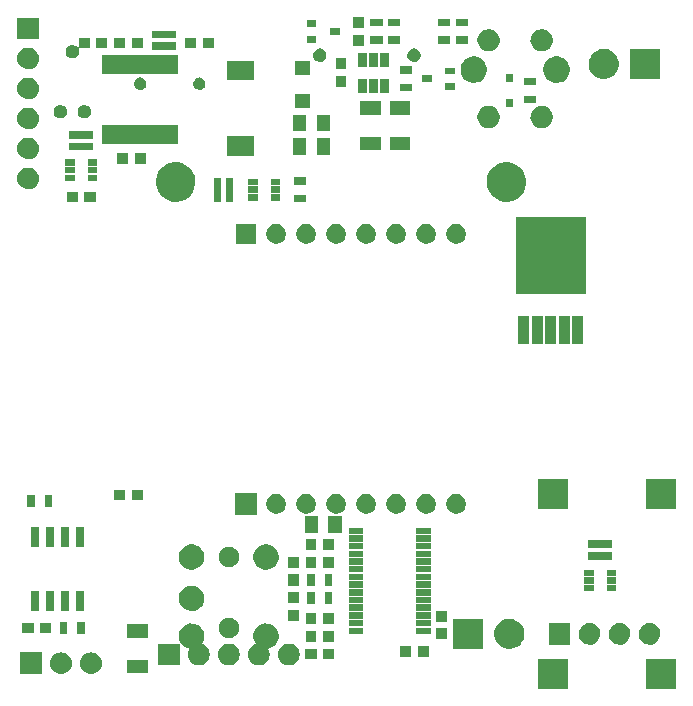
<source format=gbs>
G04 #@! TF.FileFunction,Soldermask,Bot*
%FSLAX46Y46*%
G04 Gerber Fmt 4.6, Leading zero omitted, Abs format (unit mm)*
G04 Created by KiCad (PCBNEW 4.0.7) date Fri Mar 16 09:41:33 2018*
%MOMM*%
%LPD*%
G01*
G04 APERTURE LIST*
%ADD10C,0.100000*%
G04 APERTURE END LIST*
D10*
G36*
X56590000Y-140000D02*
X54050000Y-140000D01*
X54050000Y2400000D01*
X56590000Y2400000D01*
X56590000Y-140000D01*
X56590000Y-140000D01*
G37*
G36*
X47450000Y-140000D02*
X44910000Y-140000D01*
X44910000Y2400000D01*
X47450000Y2400000D01*
X47450000Y-140000D01*
X47450000Y-140000D01*
G37*
G36*
X4724942Y2905668D02*
X4724955Y2905664D01*
X4724992Y2905660D01*
X4896514Y2852565D01*
X5054457Y2767166D01*
X5192805Y2652714D01*
X5306288Y2513571D01*
X5390582Y2355036D01*
X5442479Y2183147D01*
X5460000Y2004451D01*
X5460000Y1995549D01*
X5459910Y1982704D01*
X5439896Y1804270D01*
X5385605Y1633122D01*
X5299104Y1475779D01*
X5183690Y1338234D01*
X5043758Y1225726D01*
X4884638Y1142540D01*
X4712391Y1091845D01*
X4712361Y1091842D01*
X4712343Y1091837D01*
X4533579Y1075569D01*
X4355058Y1094332D01*
X4355045Y1094336D01*
X4355008Y1094340D01*
X4183486Y1147435D01*
X4025543Y1232834D01*
X3887195Y1347286D01*
X3773712Y1486429D01*
X3689418Y1644964D01*
X3637521Y1816853D01*
X3620000Y1995549D01*
X3620000Y2004451D01*
X3620090Y2017296D01*
X3640104Y2195730D01*
X3694395Y2366878D01*
X3780896Y2524221D01*
X3896310Y2661766D01*
X4036242Y2774274D01*
X4195362Y2857460D01*
X4367609Y2908155D01*
X4367639Y2908158D01*
X4367657Y2908163D01*
X4546421Y2924431D01*
X4724942Y2905668D01*
X4724942Y2905668D01*
G37*
G36*
X7264942Y2905668D02*
X7264955Y2905664D01*
X7264992Y2905660D01*
X7436514Y2852565D01*
X7594457Y2767166D01*
X7732805Y2652714D01*
X7846288Y2513571D01*
X7930582Y2355036D01*
X7982479Y2183147D01*
X8000000Y2004451D01*
X8000000Y1995549D01*
X7999910Y1982704D01*
X7979896Y1804270D01*
X7925605Y1633122D01*
X7839104Y1475779D01*
X7723690Y1338234D01*
X7583758Y1225726D01*
X7424638Y1142540D01*
X7252391Y1091845D01*
X7252361Y1091842D01*
X7252343Y1091837D01*
X7073579Y1075569D01*
X6895058Y1094332D01*
X6895045Y1094336D01*
X6895008Y1094340D01*
X6723486Y1147435D01*
X6565543Y1232834D01*
X6427195Y1347286D01*
X6313712Y1486429D01*
X6229418Y1644964D01*
X6177521Y1816853D01*
X6160000Y1995549D01*
X6160000Y2004451D01*
X6160090Y2017296D01*
X6180104Y2195730D01*
X6234395Y2366878D01*
X6320896Y2524221D01*
X6436310Y2661766D01*
X6576242Y2774274D01*
X6735362Y2857460D01*
X6907609Y2908155D01*
X6907639Y2908158D01*
X6907657Y2908163D01*
X7086421Y2924431D01*
X7264942Y2905668D01*
X7264942Y2905668D01*
G37*
G36*
X2920000Y1080000D02*
X1080000Y1080000D01*
X1080000Y2920000D01*
X2920000Y2920000D01*
X2920000Y1080000D01*
X2920000Y1080000D01*
G37*
G36*
X11870000Y1180000D02*
X10130000Y1180000D01*
X10130000Y2320000D01*
X11870000Y2320000D01*
X11870000Y1180000D01*
X11870000Y1180000D01*
G37*
G36*
X15712386Y5369289D02*
X15917940Y5327094D01*
X16111380Y5245780D01*
X16285344Y5128440D01*
X16433205Y4979543D01*
X16549328Y4804765D01*
X16629290Y4610763D01*
X16669980Y4405263D01*
X16669980Y4405253D01*
X16670046Y4404919D01*
X16666699Y4165245D01*
X16666623Y4164911D01*
X16666623Y4164900D01*
X16620212Y3960622D01*
X16534863Y3768924D01*
X16483881Y3696652D01*
X16477469Y3684128D01*
X16474800Y3670314D01*
X16476085Y3656303D01*
X16481222Y3643205D01*
X16489806Y3632057D01*
X16501155Y3623741D01*
X16509879Y3620096D01*
X16566514Y3602565D01*
X16724457Y3517166D01*
X16862805Y3402714D01*
X16976288Y3263571D01*
X17060582Y3105036D01*
X17112479Y2933147D01*
X17130000Y2754451D01*
X17130000Y2745549D01*
X17129910Y2732704D01*
X17109896Y2554270D01*
X17055605Y2383122D01*
X16969104Y2225779D01*
X16853690Y2088234D01*
X16713758Y1975726D01*
X16554638Y1892540D01*
X16382391Y1841845D01*
X16382361Y1841842D01*
X16382343Y1841837D01*
X16203579Y1825569D01*
X16025058Y1844332D01*
X16025045Y1844336D01*
X16025008Y1844340D01*
X15853486Y1897435D01*
X15695543Y1982834D01*
X15557195Y2097286D01*
X15443712Y2236429D01*
X15359418Y2394964D01*
X15307521Y2566853D01*
X15290000Y2745549D01*
X15290000Y2754451D01*
X15290090Y2767296D01*
X15310104Y2945730D01*
X15364395Y3116878D01*
X15400959Y3183387D01*
X15405628Y3195736D01*
X15406741Y3209761D01*
X15403902Y3223542D01*
X15397336Y3235985D01*
X15387564Y3246107D01*
X15375359Y3253106D01*
X15367574Y3255497D01*
X15267747Y3277445D01*
X15075463Y3361452D01*
X14903156Y3481209D01*
X14757387Y3632156D01*
X14643719Y3808535D01*
X14566472Y4003638D01*
X14528591Y4210034D01*
X14531522Y4419851D01*
X14575148Y4625099D01*
X14657814Y4817972D01*
X14776365Y4991111D01*
X14926290Y5137930D01*
X15101874Y5252828D01*
X15296433Y5331435D01*
X15502550Y5370754D01*
X15712386Y5369289D01*
X15712386Y5369289D01*
G37*
G36*
X18934942Y3655668D02*
X18934955Y3655664D01*
X18934992Y3655660D01*
X19106514Y3602565D01*
X19264457Y3517166D01*
X19402805Y3402714D01*
X19516288Y3263571D01*
X19600582Y3105036D01*
X19652479Y2933147D01*
X19670000Y2754451D01*
X19670000Y2745549D01*
X19669910Y2732704D01*
X19649896Y2554270D01*
X19595605Y2383122D01*
X19509104Y2225779D01*
X19393690Y2088234D01*
X19253758Y1975726D01*
X19094638Y1892540D01*
X18922391Y1841845D01*
X18922361Y1841842D01*
X18922343Y1841837D01*
X18743579Y1825569D01*
X18565058Y1844332D01*
X18565045Y1844336D01*
X18565008Y1844340D01*
X18393486Y1897435D01*
X18235543Y1982834D01*
X18097195Y2097286D01*
X17983712Y2236429D01*
X17899418Y2394964D01*
X17847521Y2566853D01*
X17830000Y2745549D01*
X17830000Y2754451D01*
X17830090Y2767296D01*
X17850104Y2945730D01*
X17904395Y3116878D01*
X17990896Y3274221D01*
X18106310Y3411766D01*
X18246242Y3524274D01*
X18405362Y3607460D01*
X18577609Y3658155D01*
X18577639Y3658158D01*
X18577657Y3658163D01*
X18756421Y3674431D01*
X18934942Y3655668D01*
X18934942Y3655668D01*
G37*
G36*
X22012386Y5369289D02*
X22217940Y5327094D01*
X22411380Y5245780D01*
X22585344Y5128440D01*
X22733205Y4979543D01*
X22849328Y4804765D01*
X22929290Y4610763D01*
X22969980Y4405263D01*
X22969980Y4405253D01*
X22970046Y4404919D01*
X22966699Y4165245D01*
X22966623Y4164911D01*
X22966623Y4164900D01*
X22920212Y3960622D01*
X22834863Y3768924D01*
X22713907Y3597457D01*
X22561943Y3452745D01*
X22384775Y3340311D01*
X22189136Y3264428D01*
X22134903Y3254865D01*
X22121528Y3250497D01*
X22109901Y3242576D01*
X22100940Y3231729D01*
X22095356Y3218815D01*
X22093591Y3204856D01*
X22095784Y3190959D01*
X22098936Y3183362D01*
X22140582Y3105036D01*
X22192479Y2933147D01*
X22210000Y2754451D01*
X22210000Y2745549D01*
X22209910Y2732704D01*
X22189896Y2554270D01*
X22135605Y2383122D01*
X22049104Y2225779D01*
X21933690Y2088234D01*
X21793758Y1975726D01*
X21634638Y1892540D01*
X21462391Y1841845D01*
X21462361Y1841842D01*
X21462343Y1841837D01*
X21283579Y1825569D01*
X21105058Y1844332D01*
X21105045Y1844336D01*
X21105008Y1844340D01*
X20933486Y1897435D01*
X20775543Y1982834D01*
X20637195Y2097286D01*
X20523712Y2236429D01*
X20439418Y2394964D01*
X20387521Y2566853D01*
X20370000Y2745549D01*
X20370000Y2754451D01*
X20370090Y2767296D01*
X20390104Y2945730D01*
X20444395Y3116878D01*
X20530896Y3274221D01*
X20646310Y3411766D01*
X20786242Y3524274D01*
X20945362Y3607460D01*
X20988836Y3620255D01*
X21001596Y3626067D01*
X21012269Y3635236D01*
X21019964Y3647014D01*
X21024074Y3660470D01*
X21024272Y3674538D01*
X21020543Y3688105D01*
X21016703Y3695286D01*
X20943719Y3808535D01*
X20866472Y4003638D01*
X20828591Y4210034D01*
X20831522Y4419851D01*
X20875148Y4625099D01*
X20957814Y4817972D01*
X21076365Y4991111D01*
X21226290Y5137930D01*
X21401874Y5252828D01*
X21596433Y5331435D01*
X21802550Y5370754D01*
X22012386Y5369289D01*
X22012386Y5369289D01*
G37*
G36*
X24014942Y3655668D02*
X24014955Y3655664D01*
X24014992Y3655660D01*
X24186514Y3602565D01*
X24344457Y3517166D01*
X24482805Y3402714D01*
X24596288Y3263571D01*
X24680582Y3105036D01*
X24732479Y2933147D01*
X24750000Y2754451D01*
X24750000Y2745549D01*
X24749910Y2732704D01*
X24729896Y2554270D01*
X24675605Y2383122D01*
X24589104Y2225779D01*
X24473690Y2088234D01*
X24333758Y1975726D01*
X24174638Y1892540D01*
X24002391Y1841845D01*
X24002361Y1841842D01*
X24002343Y1841837D01*
X23823579Y1825569D01*
X23645058Y1844332D01*
X23645045Y1844336D01*
X23645008Y1844340D01*
X23473486Y1897435D01*
X23315543Y1982834D01*
X23177195Y2097286D01*
X23063712Y2236429D01*
X22979418Y2394964D01*
X22927521Y2566853D01*
X22910000Y2745549D01*
X22910000Y2754451D01*
X22910090Y2767296D01*
X22930104Y2945730D01*
X22984395Y3116878D01*
X23070896Y3274221D01*
X23186310Y3411766D01*
X23326242Y3524274D01*
X23485362Y3607460D01*
X23657609Y3658155D01*
X23657639Y3658158D01*
X23657657Y3658163D01*
X23836421Y3674431D01*
X24014942Y3655668D01*
X24014942Y3655668D01*
G37*
G36*
X14590000Y1830000D02*
X12750000Y1830000D01*
X12750000Y3670000D01*
X14590000Y3670000D01*
X14590000Y1830000D01*
X14590000Y1830000D01*
G37*
G36*
X27676908Y2356016D02*
X26736908Y2356016D01*
X26736908Y3246016D01*
X27676908Y3246016D01*
X27676908Y2356016D01*
X27676908Y2356016D01*
G37*
G36*
X26176908Y2356016D02*
X25236908Y2356016D01*
X25236908Y3246016D01*
X26176908Y3246016D01*
X26176908Y2356016D01*
X26176908Y2356016D01*
G37*
G36*
X35670000Y2555000D02*
X34730000Y2555000D01*
X34730000Y3445000D01*
X35670000Y3445000D01*
X35670000Y2555000D01*
X35670000Y2555000D01*
G37*
G36*
X34170000Y2555000D02*
X33230000Y2555000D01*
X33230000Y3445000D01*
X34170000Y3445000D01*
X34170000Y2555000D01*
X34170000Y2555000D01*
G37*
G36*
X42633393Y5769156D02*
X42877368Y5719075D01*
X43106965Y5622561D01*
X43313446Y5483289D01*
X43488944Y5306560D01*
X43626772Y5099114D01*
X43721680Y4868849D01*
X43769989Y4624874D01*
X43769989Y4624859D01*
X43770054Y4624530D01*
X43766082Y4340057D01*
X43766006Y4339723D01*
X43766006Y4339711D01*
X43710907Y4097187D01*
X43609604Y3869658D01*
X43466038Y3666140D01*
X43285671Y3494380D01*
X43075387Y3360930D01*
X42843181Y3270862D01*
X42597907Y3227614D01*
X42348902Y3232829D01*
X42105647Y3286313D01*
X41877421Y3386022D01*
X41672901Y3528167D01*
X41499890Y3707326D01*
X41364975Y3916673D01*
X41273289Y4148244D01*
X41228328Y4393218D01*
X41231806Y4642252D01*
X41283587Y4885866D01*
X41381704Y5114789D01*
X41522415Y5320291D01*
X41700363Y5494552D01*
X41908766Y5630927D01*
X42139691Y5724227D01*
X42384336Y5770895D01*
X42633393Y5769156D01*
X42633393Y5769156D01*
G37*
G36*
X40270000Y3230000D02*
X37730000Y3230000D01*
X37730000Y5770000D01*
X40270000Y5770000D01*
X40270000Y3230000D01*
X40270000Y3230000D01*
G37*
G36*
X54554942Y5405668D02*
X54554955Y5405664D01*
X54554992Y5405660D01*
X54726514Y5352565D01*
X54884457Y5267166D01*
X55022805Y5152714D01*
X55136288Y5013571D01*
X55220582Y4855036D01*
X55272479Y4683147D01*
X55290000Y4504451D01*
X55290000Y4495549D01*
X55289910Y4482704D01*
X55269896Y4304270D01*
X55215605Y4133122D01*
X55129104Y3975779D01*
X55013690Y3838234D01*
X54873758Y3725726D01*
X54714638Y3642540D01*
X54542391Y3591845D01*
X54542361Y3591842D01*
X54542343Y3591837D01*
X54363579Y3575569D01*
X54185058Y3594332D01*
X54185045Y3594336D01*
X54185008Y3594340D01*
X54013486Y3647435D01*
X53855543Y3732834D01*
X53717195Y3847286D01*
X53603712Y3986429D01*
X53519418Y4144964D01*
X53467521Y4316853D01*
X53450000Y4495549D01*
X53450000Y4504451D01*
X53450090Y4517296D01*
X53470104Y4695730D01*
X53524395Y4866878D01*
X53610896Y5024221D01*
X53726310Y5161766D01*
X53866242Y5274274D01*
X54025362Y5357460D01*
X54197609Y5408155D01*
X54197639Y5408158D01*
X54197657Y5408163D01*
X54376421Y5424431D01*
X54554942Y5405668D01*
X54554942Y5405668D01*
G37*
G36*
X52014942Y5405668D02*
X52014955Y5405664D01*
X52014992Y5405660D01*
X52186514Y5352565D01*
X52344457Y5267166D01*
X52482805Y5152714D01*
X52596288Y5013571D01*
X52680582Y4855036D01*
X52732479Y4683147D01*
X52750000Y4504451D01*
X52750000Y4495549D01*
X52749910Y4482704D01*
X52729896Y4304270D01*
X52675605Y4133122D01*
X52589104Y3975779D01*
X52473690Y3838234D01*
X52333758Y3725726D01*
X52174638Y3642540D01*
X52002391Y3591845D01*
X52002361Y3591842D01*
X52002343Y3591837D01*
X51823579Y3575569D01*
X51645058Y3594332D01*
X51645045Y3594336D01*
X51645008Y3594340D01*
X51473486Y3647435D01*
X51315543Y3732834D01*
X51177195Y3847286D01*
X51063712Y3986429D01*
X50979418Y4144964D01*
X50927521Y4316853D01*
X50910000Y4495549D01*
X50910000Y4504451D01*
X50910090Y4517296D01*
X50930104Y4695730D01*
X50984395Y4866878D01*
X51070896Y5024221D01*
X51186310Y5161766D01*
X51326242Y5274274D01*
X51485362Y5357460D01*
X51657609Y5408155D01*
X51657639Y5408158D01*
X51657657Y5408163D01*
X51836421Y5424431D01*
X52014942Y5405668D01*
X52014942Y5405668D01*
G37*
G36*
X49474942Y5405668D02*
X49474955Y5405664D01*
X49474992Y5405660D01*
X49646514Y5352565D01*
X49804457Y5267166D01*
X49942805Y5152714D01*
X50056288Y5013571D01*
X50140582Y4855036D01*
X50192479Y4683147D01*
X50210000Y4504451D01*
X50210000Y4495549D01*
X50209910Y4482704D01*
X50189896Y4304270D01*
X50135605Y4133122D01*
X50049104Y3975779D01*
X49933690Y3838234D01*
X49793758Y3725726D01*
X49634638Y3642540D01*
X49462391Y3591845D01*
X49462361Y3591842D01*
X49462343Y3591837D01*
X49283579Y3575569D01*
X49105058Y3594332D01*
X49105045Y3594336D01*
X49105008Y3594340D01*
X48933486Y3647435D01*
X48775543Y3732834D01*
X48637195Y3847286D01*
X48523712Y3986429D01*
X48439418Y4144964D01*
X48387521Y4316853D01*
X48370000Y4495549D01*
X48370000Y4504451D01*
X48370090Y4517296D01*
X48390104Y4695730D01*
X48444395Y4866878D01*
X48530896Y5024221D01*
X48646310Y5161766D01*
X48786242Y5274274D01*
X48945362Y5357460D01*
X49117609Y5408155D01*
X49117639Y5408158D01*
X49117657Y5408163D01*
X49296421Y5424431D01*
X49474942Y5405668D01*
X49474942Y5405668D01*
G37*
G36*
X47670000Y3580000D02*
X45830000Y3580000D01*
X45830000Y5420000D01*
X47670000Y5420000D01*
X47670000Y3580000D01*
X47670000Y3580000D01*
G37*
G36*
X27651908Y3831016D02*
X26761908Y3831016D01*
X26761908Y4771016D01*
X27651908Y4771016D01*
X27651908Y3831016D01*
X27651908Y3831016D01*
G37*
G36*
X26151908Y3831016D02*
X25261908Y3831016D01*
X25261908Y4771016D01*
X26151908Y4771016D01*
X26151908Y3831016D01*
X26151908Y3831016D01*
G37*
G36*
X37195000Y4030000D02*
X36305000Y4030000D01*
X36305000Y4970000D01*
X37195000Y4970000D01*
X37195000Y4030000D01*
X37195000Y4030000D01*
G37*
G36*
X18841379Y5869422D02*
X19008513Y5835114D01*
X19165794Y5768999D01*
X19307242Y5673592D01*
X19427466Y5552525D01*
X19521884Y5410416D01*
X19586899Y5252677D01*
X19619971Y5085652D01*
X19619971Y5085647D01*
X19620038Y5085308D01*
X19617317Y4890432D01*
X19617239Y4890089D01*
X19617239Y4890087D01*
X19579519Y4724058D01*
X19510122Y4568191D01*
X19411775Y4428774D01*
X19288215Y4311110D01*
X19144163Y4219692D01*
X18985092Y4157991D01*
X18817071Y4128366D01*
X18646492Y4131938D01*
X18479850Y4168577D01*
X18323508Y4236881D01*
X18183407Y4334254D01*
X18064885Y4456987D01*
X17972463Y4600397D01*
X17909655Y4759033D01*
X17878854Y4926851D01*
X17881237Y5097449D01*
X17916709Y5264333D01*
X17983923Y5421155D01*
X18080315Y5561932D01*
X18202217Y5681308D01*
X18344982Y5774730D01*
X18503174Y5838644D01*
X18670765Y5870613D01*
X18841379Y5869422D01*
X18841379Y5869422D01*
G37*
G36*
X11870000Y4180000D02*
X10130000Y4180000D01*
X10130000Y5320000D01*
X11870000Y5320000D01*
X11870000Y4180000D01*
X11870000Y4180000D01*
G37*
G36*
X6570000Y4480000D02*
X5930000Y4480000D01*
X5930000Y5520000D01*
X6570000Y5520000D01*
X6570000Y4480000D01*
X6570000Y4480000D01*
G37*
G36*
X5070000Y4480000D02*
X4430000Y4480000D01*
X4430000Y5520000D01*
X5070000Y5520000D01*
X5070000Y4480000D01*
X5070000Y4480000D01*
G37*
G36*
X35831909Y4491016D02*
X34591909Y4491016D01*
X34591909Y5031016D01*
X35831909Y5031016D01*
X35831909Y4491016D01*
X35831909Y4491016D01*
G37*
G36*
X30131909Y4491016D02*
X28891909Y4491016D01*
X28891909Y5031016D01*
X30131909Y5031016D01*
X30131909Y4491016D01*
X30131909Y4491016D01*
G37*
G36*
X3720000Y4555000D02*
X2780000Y4555000D01*
X2780000Y5445000D01*
X3720000Y5445000D01*
X3720000Y4555000D01*
X3720000Y4555000D01*
G37*
G36*
X2220000Y4555000D02*
X1280000Y4555000D01*
X1280000Y5445000D01*
X2220000Y5445000D01*
X2220000Y4555000D01*
X2220000Y4555000D01*
G37*
G36*
X35831909Y5141016D02*
X34591909Y5141016D01*
X34591909Y5681016D01*
X35831909Y5681016D01*
X35831909Y5141016D01*
X35831909Y5141016D01*
G37*
G36*
X30131909Y5141016D02*
X28891909Y5141016D01*
X28891909Y5681016D01*
X30131909Y5681016D01*
X30131909Y5141016D01*
X30131909Y5141016D01*
G37*
G36*
X27651908Y5331016D02*
X26761908Y5331016D01*
X26761908Y6271016D01*
X27651908Y6271016D01*
X27651908Y5331016D01*
X27651908Y5331016D01*
G37*
G36*
X26151908Y5331016D02*
X25261908Y5331016D01*
X25261908Y6271016D01*
X26151908Y6271016D01*
X26151908Y5331016D01*
X26151908Y5331016D01*
G37*
G36*
X37195000Y5530000D02*
X36305000Y5530000D01*
X36305000Y6470000D01*
X37195000Y6470000D01*
X37195000Y5530000D01*
X37195000Y5530000D01*
G37*
G36*
X24651908Y5581016D02*
X23761908Y5581016D01*
X23761908Y6521016D01*
X24651908Y6521016D01*
X24651908Y5581016D01*
X24651908Y5581016D01*
G37*
G36*
X35831909Y5791016D02*
X34591909Y5791016D01*
X34591909Y6331016D01*
X35831909Y6331016D01*
X35831909Y5791016D01*
X35831909Y5791016D01*
G37*
G36*
X30131909Y5791016D02*
X28891909Y5791016D01*
X28891909Y6331016D01*
X30131909Y6331016D01*
X30131909Y5791016D01*
X30131909Y5791016D01*
G37*
G36*
X15712386Y8569289D02*
X15917940Y8527094D01*
X16111380Y8445780D01*
X16285344Y8328440D01*
X16433205Y8179543D01*
X16549328Y8004765D01*
X16629290Y7810763D01*
X16669980Y7605263D01*
X16669980Y7605253D01*
X16670046Y7604919D01*
X16666699Y7365245D01*
X16666623Y7364911D01*
X16666623Y7364900D01*
X16620212Y7160622D01*
X16534863Y6968924D01*
X16413907Y6797457D01*
X16261943Y6652745D01*
X16084775Y6540311D01*
X15889137Y6464428D01*
X15682488Y6427990D01*
X15472697Y6432384D01*
X15267747Y6477445D01*
X15075463Y6561452D01*
X14903156Y6681209D01*
X14757387Y6832156D01*
X14643719Y7008535D01*
X14566472Y7203638D01*
X14528591Y7410034D01*
X14531522Y7619851D01*
X14575148Y7825099D01*
X14657814Y8017972D01*
X14776365Y8191111D01*
X14926290Y8337930D01*
X15101874Y8452828D01*
X15296433Y8531435D01*
X15502550Y8570754D01*
X15712386Y8569289D01*
X15712386Y8569289D01*
G37*
G36*
X35831909Y6441016D02*
X34591909Y6441016D01*
X34591909Y6981016D01*
X35831909Y6981016D01*
X35831909Y6441016D01*
X35831909Y6441016D01*
G37*
G36*
X30131909Y6441016D02*
X28891909Y6441016D01*
X28891909Y6981016D01*
X30131909Y6981016D01*
X30131909Y6441016D01*
X30131909Y6441016D01*
G37*
G36*
X2715000Y6455000D02*
X1975000Y6455000D01*
X1975000Y8145000D01*
X2715000Y8145000D01*
X2715000Y6455000D01*
X2715000Y6455000D01*
G37*
G36*
X3985000Y6455000D02*
X3245000Y6455000D01*
X3245000Y8145000D01*
X3985000Y8145000D01*
X3985000Y6455000D01*
X3985000Y6455000D01*
G37*
G36*
X5255000Y6455000D02*
X4515000Y6455000D01*
X4515000Y8145000D01*
X5255000Y8145000D01*
X5255000Y6455000D01*
X5255000Y6455000D01*
G37*
G36*
X6525000Y6455000D02*
X5785000Y6455000D01*
X5785000Y8145000D01*
X6525000Y8145000D01*
X6525000Y6455000D01*
X6525000Y6455000D01*
G37*
G36*
X27526908Y7031016D02*
X26886908Y7031016D01*
X26886908Y8071016D01*
X27526908Y8071016D01*
X27526908Y7031016D01*
X27526908Y7031016D01*
G37*
G36*
X26026908Y7031016D02*
X25386908Y7031016D01*
X25386908Y8071016D01*
X26026908Y8071016D01*
X26026908Y7031016D01*
X26026908Y7031016D01*
G37*
G36*
X24651908Y7081016D02*
X23761908Y7081016D01*
X23761908Y8021016D01*
X24651908Y8021016D01*
X24651908Y7081016D01*
X24651908Y7081016D01*
G37*
G36*
X30131909Y7091016D02*
X28891909Y7091016D01*
X28891909Y7631016D01*
X30131909Y7631016D01*
X30131909Y7091016D01*
X30131909Y7091016D01*
G37*
G36*
X35831909Y7091016D02*
X34591909Y7091016D01*
X34591909Y7631016D01*
X35831909Y7631016D01*
X35831909Y7091016D01*
X35831909Y7091016D01*
G37*
G36*
X30131909Y7741016D02*
X28891909Y7741016D01*
X28891909Y8281016D01*
X30131909Y8281016D01*
X30131909Y7741016D01*
X30131909Y7741016D01*
G37*
G36*
X35831909Y7741016D02*
X34591909Y7741016D01*
X34591909Y8281016D01*
X35831909Y8281016D01*
X35831909Y7741016D01*
X35831909Y7741016D01*
G37*
G36*
X49645000Y8080000D02*
X48855000Y8080000D01*
X48855000Y8620000D01*
X49645000Y8620000D01*
X49645000Y8080000D01*
X49645000Y8080000D01*
G37*
G36*
X51545000Y8080000D02*
X50755000Y8080000D01*
X50755000Y8620000D01*
X51545000Y8620000D01*
X51545000Y8080000D01*
X51545000Y8080000D01*
G37*
G36*
X35831909Y8391016D02*
X34591909Y8391016D01*
X34591909Y8931016D01*
X35831909Y8931016D01*
X35831909Y8391016D01*
X35831909Y8391016D01*
G37*
G36*
X30131909Y8391016D02*
X28891909Y8391016D01*
X28891909Y8931016D01*
X30131909Y8931016D01*
X30131909Y8391016D01*
X30131909Y8391016D01*
G37*
G36*
X26026908Y8531016D02*
X25386908Y8531016D01*
X25386908Y9571016D01*
X26026908Y9571016D01*
X26026908Y8531016D01*
X26026908Y8531016D01*
G37*
G36*
X27526908Y8531016D02*
X26886908Y8531016D01*
X26886908Y9571016D01*
X27526908Y9571016D01*
X27526908Y8531016D01*
X27526908Y8531016D01*
G37*
G36*
X24651908Y8581016D02*
X23761908Y8581016D01*
X23761908Y9521016D01*
X24651908Y9521016D01*
X24651908Y8581016D01*
X24651908Y8581016D01*
G37*
G36*
X51545000Y8730000D02*
X50755000Y8730000D01*
X50755000Y9270000D01*
X51545000Y9270000D01*
X51545000Y8730000D01*
X51545000Y8730000D01*
G37*
G36*
X49645000Y8730000D02*
X48855000Y8730000D01*
X48855000Y9270000D01*
X49645000Y9270000D01*
X49645000Y8730000D01*
X49645000Y8730000D01*
G37*
G36*
X35831909Y9041016D02*
X34591909Y9041016D01*
X34591909Y9581016D01*
X35831909Y9581016D01*
X35831909Y9041016D01*
X35831909Y9041016D01*
G37*
G36*
X30131909Y9041016D02*
X28891909Y9041016D01*
X28891909Y9581016D01*
X30131909Y9581016D01*
X30131909Y9041016D01*
X30131909Y9041016D01*
G37*
G36*
X49645000Y9380000D02*
X48855000Y9380000D01*
X48855000Y9920000D01*
X49645000Y9920000D01*
X49645000Y9380000D01*
X49645000Y9380000D01*
G37*
G36*
X51545000Y9380000D02*
X50755000Y9380000D01*
X50755000Y9920000D01*
X51545000Y9920000D01*
X51545000Y9380000D01*
X51545000Y9380000D01*
G37*
G36*
X35831909Y9691016D02*
X34591909Y9691016D01*
X34591909Y10231016D01*
X35831909Y10231016D01*
X35831909Y9691016D01*
X35831909Y9691016D01*
G37*
G36*
X30131909Y9691016D02*
X28891909Y9691016D01*
X28891909Y10231016D01*
X30131909Y10231016D01*
X30131909Y9691016D01*
X30131909Y9691016D01*
G37*
G36*
X15712386Y12069289D02*
X15917940Y12027094D01*
X16111380Y11945780D01*
X16285344Y11828440D01*
X16433205Y11679543D01*
X16549328Y11504765D01*
X16629290Y11310763D01*
X16669980Y11105263D01*
X16669980Y11105253D01*
X16670046Y11104919D01*
X16666699Y10865245D01*
X16666623Y10864911D01*
X16666623Y10864900D01*
X16620212Y10660622D01*
X16534863Y10468924D01*
X16413907Y10297457D01*
X16261943Y10152745D01*
X16084775Y10040311D01*
X15889137Y9964428D01*
X15682488Y9927990D01*
X15472697Y9932384D01*
X15267747Y9977445D01*
X15075463Y10061452D01*
X14903156Y10181209D01*
X14757387Y10332156D01*
X14643719Y10508535D01*
X14566472Y10703638D01*
X14528591Y10910034D01*
X14531522Y11119851D01*
X14575148Y11325099D01*
X14657814Y11517972D01*
X14776365Y11691111D01*
X14926290Y11837930D01*
X15101874Y11952828D01*
X15296433Y12031435D01*
X15502550Y12070754D01*
X15712386Y12069289D01*
X15712386Y12069289D01*
G37*
G36*
X22012386Y12069289D02*
X22217940Y12027094D01*
X22411380Y11945780D01*
X22585344Y11828440D01*
X22733205Y11679543D01*
X22849328Y11504765D01*
X22929290Y11310763D01*
X22969980Y11105263D01*
X22969980Y11105253D01*
X22970046Y11104919D01*
X22966699Y10865245D01*
X22966623Y10864911D01*
X22966623Y10864900D01*
X22920212Y10660622D01*
X22834863Y10468924D01*
X22713907Y10297457D01*
X22561943Y10152745D01*
X22384775Y10040311D01*
X22189137Y9964428D01*
X21982488Y9927990D01*
X21772697Y9932384D01*
X21567747Y9977445D01*
X21375463Y10061452D01*
X21203156Y10181209D01*
X21057387Y10332156D01*
X20943719Y10508535D01*
X20866472Y10703638D01*
X20828591Y10910034D01*
X20831522Y11119851D01*
X20875148Y11325099D01*
X20957814Y11517972D01*
X21076365Y11691111D01*
X21226290Y11837930D01*
X21401874Y11952828D01*
X21596433Y12031435D01*
X21802550Y12070754D01*
X22012386Y12069289D01*
X22012386Y12069289D01*
G37*
G36*
X24651908Y10081016D02*
X23761908Y10081016D01*
X23761908Y11021016D01*
X24651908Y11021016D01*
X24651908Y10081016D01*
X24651908Y10081016D01*
G37*
G36*
X27651908Y10081016D02*
X26761908Y10081016D01*
X26761908Y11021016D01*
X27651908Y11021016D01*
X27651908Y10081016D01*
X27651908Y10081016D01*
G37*
G36*
X26151908Y10081016D02*
X25261908Y10081016D01*
X25261908Y11021016D01*
X26151908Y11021016D01*
X26151908Y10081016D01*
X26151908Y10081016D01*
G37*
G36*
X18841379Y11869422D02*
X19008513Y11835114D01*
X19165794Y11768999D01*
X19307242Y11673592D01*
X19427466Y11552525D01*
X19521884Y11410416D01*
X19586899Y11252677D01*
X19619971Y11085652D01*
X19619971Y11085647D01*
X19620038Y11085308D01*
X19617317Y10890432D01*
X19617239Y10890089D01*
X19617239Y10890087D01*
X19579519Y10724058D01*
X19510122Y10568191D01*
X19411775Y10428774D01*
X19288215Y10311110D01*
X19144163Y10219692D01*
X18985092Y10157991D01*
X18817071Y10128366D01*
X18646492Y10131938D01*
X18479850Y10168577D01*
X18323508Y10236881D01*
X18183407Y10334254D01*
X18064885Y10456987D01*
X17972463Y10600397D01*
X17909655Y10759033D01*
X17878854Y10926851D01*
X17881237Y11097449D01*
X17916709Y11264333D01*
X17983923Y11421155D01*
X18080315Y11561932D01*
X18202217Y11681308D01*
X18344982Y11774730D01*
X18503174Y11838644D01*
X18670765Y11870613D01*
X18841379Y11869422D01*
X18841379Y11869422D01*
G37*
G36*
X30131909Y10341016D02*
X28891909Y10341016D01*
X28891909Y10881016D01*
X30131909Y10881016D01*
X30131909Y10341016D01*
X30131909Y10341016D01*
G37*
G36*
X35831909Y10341016D02*
X34591909Y10341016D01*
X34591909Y10881016D01*
X35831909Y10881016D01*
X35831909Y10341016D01*
X35831909Y10341016D01*
G37*
G36*
X51220000Y10780000D02*
X49180000Y10780000D01*
X49180000Y11420000D01*
X51220000Y11420000D01*
X51220000Y10780000D01*
X51220000Y10780000D01*
G37*
G36*
X35831909Y10991016D02*
X34591909Y10991016D01*
X34591909Y11531016D01*
X35831909Y11531016D01*
X35831909Y10991016D01*
X35831909Y10991016D01*
G37*
G36*
X30131909Y10991016D02*
X28891909Y10991016D01*
X28891909Y11531016D01*
X30131909Y11531016D01*
X30131909Y10991016D01*
X30131909Y10991016D01*
G37*
G36*
X27651908Y11581016D02*
X26761908Y11581016D01*
X26761908Y12521016D01*
X27651908Y12521016D01*
X27651908Y11581016D01*
X27651908Y11581016D01*
G37*
G36*
X26151908Y11581016D02*
X25261908Y11581016D01*
X25261908Y12521016D01*
X26151908Y12521016D01*
X26151908Y11581016D01*
X26151908Y11581016D01*
G37*
G36*
X30131909Y11641016D02*
X28891909Y11641016D01*
X28891909Y12181016D01*
X30131909Y12181016D01*
X30131909Y11641016D01*
X30131909Y11641016D01*
G37*
G36*
X35831909Y11641016D02*
X34591909Y11641016D01*
X34591909Y12181016D01*
X35831909Y12181016D01*
X35831909Y11641016D01*
X35831909Y11641016D01*
G37*
G36*
X51220000Y11780000D02*
X49180000Y11780000D01*
X49180000Y12420000D01*
X51220000Y12420000D01*
X51220000Y11780000D01*
X51220000Y11780000D01*
G37*
G36*
X3985000Y11855000D02*
X3245000Y11855000D01*
X3245000Y13545000D01*
X3985000Y13545000D01*
X3985000Y11855000D01*
X3985000Y11855000D01*
G37*
G36*
X5255000Y11855000D02*
X4515000Y11855000D01*
X4515000Y13545000D01*
X5255000Y13545000D01*
X5255000Y11855000D01*
X5255000Y11855000D01*
G37*
G36*
X6525000Y11855000D02*
X5785000Y11855000D01*
X5785000Y13545000D01*
X6525000Y13545000D01*
X6525000Y11855000D01*
X6525000Y11855000D01*
G37*
G36*
X2715000Y11855000D02*
X1975000Y11855000D01*
X1975000Y13545000D01*
X2715000Y13545000D01*
X2715000Y11855000D01*
X2715000Y11855000D01*
G37*
G36*
X35831909Y12291016D02*
X34591909Y12291016D01*
X34591909Y12831016D01*
X35831909Y12831016D01*
X35831909Y12291016D01*
X35831909Y12291016D01*
G37*
G36*
X30131909Y12291016D02*
X28891909Y12291016D01*
X28891909Y12831016D01*
X30131909Y12831016D01*
X30131909Y12291016D01*
X30131909Y12291016D01*
G37*
G36*
X30131909Y12941016D02*
X28891909Y12941016D01*
X28891909Y13481016D01*
X30131909Y13481016D01*
X30131909Y12941016D01*
X30131909Y12941016D01*
G37*
G36*
X35831909Y12941016D02*
X34591909Y12941016D01*
X34591909Y13481016D01*
X35831909Y13481016D01*
X35831909Y12941016D01*
X35831909Y12941016D01*
G37*
G36*
X28320000Y13055000D02*
X27180000Y13055000D01*
X27180000Y14445000D01*
X28320000Y14445000D01*
X28320000Y13055000D01*
X28320000Y13055000D01*
G37*
G36*
X26320000Y13055000D02*
X25180000Y13055000D01*
X25180000Y14445000D01*
X26320000Y14445000D01*
X26320000Y13055000D01*
X26320000Y13055000D01*
G37*
G36*
X21118200Y14591800D02*
X19301800Y14591800D01*
X19301800Y16408200D01*
X21118200Y16408200D01*
X21118200Y14591800D01*
X21118200Y14591800D01*
G37*
G36*
X32997388Y16331448D02*
X33157222Y16298639D01*
X33307634Y16235411D01*
X33442906Y16144169D01*
X33557875Y16028395D01*
X33648170Y15892491D01*
X33710346Y15741641D01*
X33741970Y15581926D01*
X33741970Y15581916D01*
X33742036Y15581582D01*
X33739434Y15395218D01*
X33739358Y15394884D01*
X33739358Y15394873D01*
X33703287Y15236109D01*
X33636923Y15087051D01*
X33542870Y14953723D01*
X33424707Y14841198D01*
X33286947Y14753774D01*
X33134824Y14694768D01*
X32974142Y14666436D01*
X32811013Y14669852D01*
X32651649Y14704891D01*
X32502136Y14770212D01*
X32368154Y14863332D01*
X32254809Y14980705D01*
X32166424Y15117851D01*
X32106359Y15269557D01*
X32076903Y15430046D01*
X32079182Y15593192D01*
X32113105Y15752788D01*
X32177383Y15902760D01*
X32269565Y16037388D01*
X32386143Y16151550D01*
X32522672Y16240892D01*
X32673955Y16302014D01*
X32834225Y16332587D01*
X32997388Y16331448D01*
X32997388Y16331448D01*
G37*
G36*
X25377388Y16331448D02*
X25537222Y16298639D01*
X25687634Y16235411D01*
X25822906Y16144169D01*
X25937875Y16028395D01*
X26028170Y15892491D01*
X26090346Y15741641D01*
X26121970Y15581926D01*
X26121970Y15581916D01*
X26122036Y15581582D01*
X26119434Y15395218D01*
X26119358Y15394884D01*
X26119358Y15394873D01*
X26083287Y15236109D01*
X26016923Y15087051D01*
X25922870Y14953723D01*
X25804707Y14841198D01*
X25666947Y14753774D01*
X25514824Y14694768D01*
X25354142Y14666436D01*
X25191013Y14669852D01*
X25031649Y14704891D01*
X24882136Y14770212D01*
X24748154Y14863332D01*
X24634809Y14980705D01*
X24546424Y15117851D01*
X24486359Y15269557D01*
X24456903Y15430046D01*
X24459182Y15593192D01*
X24493105Y15752788D01*
X24557383Y15902760D01*
X24649565Y16037388D01*
X24766143Y16151550D01*
X24902672Y16240892D01*
X25053955Y16302014D01*
X25214225Y16332587D01*
X25377388Y16331448D01*
X25377388Y16331448D01*
G37*
G36*
X22837388Y16331448D02*
X22997222Y16298639D01*
X23147634Y16235411D01*
X23282906Y16144169D01*
X23397875Y16028395D01*
X23488170Y15892491D01*
X23550346Y15741641D01*
X23581970Y15581926D01*
X23581970Y15581916D01*
X23582036Y15581582D01*
X23579434Y15395218D01*
X23579358Y15394884D01*
X23579358Y15394873D01*
X23543287Y15236109D01*
X23476923Y15087051D01*
X23382870Y14953723D01*
X23264707Y14841198D01*
X23126947Y14753774D01*
X22974824Y14694768D01*
X22814142Y14666436D01*
X22651013Y14669852D01*
X22491649Y14704891D01*
X22342136Y14770212D01*
X22208154Y14863332D01*
X22094809Y14980705D01*
X22006424Y15117851D01*
X21946359Y15269557D01*
X21916903Y15430046D01*
X21919182Y15593192D01*
X21953105Y15752788D01*
X22017383Y15902760D01*
X22109565Y16037388D01*
X22226143Y16151550D01*
X22362672Y16240892D01*
X22513955Y16302014D01*
X22674225Y16332587D01*
X22837388Y16331448D01*
X22837388Y16331448D01*
G37*
G36*
X38077388Y16331448D02*
X38237222Y16298639D01*
X38387634Y16235411D01*
X38522906Y16144169D01*
X38637875Y16028395D01*
X38728170Y15892491D01*
X38790346Y15741641D01*
X38821970Y15581926D01*
X38821970Y15581916D01*
X38822036Y15581582D01*
X38819434Y15395218D01*
X38819358Y15394884D01*
X38819358Y15394873D01*
X38783287Y15236109D01*
X38716923Y15087051D01*
X38622870Y14953723D01*
X38504707Y14841198D01*
X38366947Y14753774D01*
X38214824Y14694768D01*
X38054142Y14666436D01*
X37891013Y14669852D01*
X37731649Y14704891D01*
X37582136Y14770212D01*
X37448154Y14863332D01*
X37334809Y14980705D01*
X37246424Y15117851D01*
X37186359Y15269557D01*
X37156903Y15430046D01*
X37159182Y15593192D01*
X37193105Y15752788D01*
X37257383Y15902760D01*
X37349565Y16037388D01*
X37466143Y16151550D01*
X37602672Y16240892D01*
X37753955Y16302014D01*
X37914225Y16332587D01*
X38077388Y16331448D01*
X38077388Y16331448D01*
G37*
G36*
X35537388Y16331448D02*
X35697222Y16298639D01*
X35847634Y16235411D01*
X35982906Y16144169D01*
X36097875Y16028395D01*
X36188170Y15892491D01*
X36250346Y15741641D01*
X36281970Y15581926D01*
X36281970Y15581916D01*
X36282036Y15581582D01*
X36279434Y15395218D01*
X36279358Y15394884D01*
X36279358Y15394873D01*
X36243287Y15236109D01*
X36176923Y15087051D01*
X36082870Y14953723D01*
X35964707Y14841198D01*
X35826947Y14753774D01*
X35674824Y14694768D01*
X35514142Y14666436D01*
X35351013Y14669852D01*
X35191649Y14704891D01*
X35042136Y14770212D01*
X34908154Y14863332D01*
X34794809Y14980705D01*
X34706424Y15117851D01*
X34646359Y15269557D01*
X34616903Y15430046D01*
X34619182Y15593192D01*
X34653105Y15752788D01*
X34717383Y15902760D01*
X34809565Y16037388D01*
X34926143Y16151550D01*
X35062672Y16240892D01*
X35213955Y16302014D01*
X35374225Y16332587D01*
X35537388Y16331448D01*
X35537388Y16331448D01*
G37*
G36*
X30457388Y16331448D02*
X30617222Y16298639D01*
X30767634Y16235411D01*
X30902906Y16144169D01*
X31017875Y16028395D01*
X31108170Y15892491D01*
X31170346Y15741641D01*
X31201970Y15581926D01*
X31201970Y15581916D01*
X31202036Y15581582D01*
X31199434Y15395218D01*
X31199358Y15394884D01*
X31199358Y15394873D01*
X31163287Y15236109D01*
X31096923Y15087051D01*
X31002870Y14953723D01*
X30884707Y14841198D01*
X30746947Y14753774D01*
X30594824Y14694768D01*
X30434142Y14666436D01*
X30271013Y14669852D01*
X30111649Y14704891D01*
X29962136Y14770212D01*
X29828154Y14863332D01*
X29714809Y14980705D01*
X29626424Y15117851D01*
X29566359Y15269557D01*
X29536903Y15430046D01*
X29539182Y15593192D01*
X29573105Y15752788D01*
X29637383Y15902760D01*
X29729565Y16037388D01*
X29846143Y16151550D01*
X29982672Y16240892D01*
X30133955Y16302014D01*
X30294225Y16332587D01*
X30457388Y16331448D01*
X30457388Y16331448D01*
G37*
G36*
X27917388Y16331448D02*
X28077222Y16298639D01*
X28227634Y16235411D01*
X28362906Y16144169D01*
X28477875Y16028395D01*
X28568170Y15892491D01*
X28630346Y15741641D01*
X28661970Y15581926D01*
X28661970Y15581916D01*
X28662036Y15581582D01*
X28659434Y15395218D01*
X28659358Y15394884D01*
X28659358Y15394873D01*
X28623287Y15236109D01*
X28556923Y15087051D01*
X28462870Y14953723D01*
X28344707Y14841198D01*
X28206947Y14753774D01*
X28054824Y14694768D01*
X27894142Y14666436D01*
X27731013Y14669852D01*
X27571649Y14704891D01*
X27422136Y14770212D01*
X27288154Y14863332D01*
X27174809Y14980705D01*
X27086424Y15117851D01*
X27026359Y15269557D01*
X26996903Y15430046D01*
X26999182Y15593192D01*
X27033105Y15752788D01*
X27097383Y15902760D01*
X27189565Y16037388D01*
X27306143Y16151550D01*
X27442672Y16240892D01*
X27593955Y16302014D01*
X27754225Y16332587D01*
X27917388Y16331448D01*
X27917388Y16331448D01*
G37*
G36*
X47450000Y15100000D02*
X44910000Y15100000D01*
X44910000Y17640000D01*
X47450000Y17640000D01*
X47450000Y15100000D01*
X47450000Y15100000D01*
G37*
G36*
X56590000Y15100000D02*
X54050000Y15100000D01*
X54050000Y17640000D01*
X56590000Y17640000D01*
X56590000Y15100000D01*
X56590000Y15100000D01*
G37*
G36*
X3820000Y15230000D02*
X3180000Y15230000D01*
X3180000Y16270000D01*
X3820000Y16270000D01*
X3820000Y15230000D01*
X3820000Y15230000D01*
G37*
G36*
X2320000Y15230000D02*
X1680000Y15230000D01*
X1680000Y16270000D01*
X2320000Y16270000D01*
X2320000Y15230000D01*
X2320000Y15230000D01*
G37*
G36*
X9970000Y15805000D02*
X9030000Y15805000D01*
X9030000Y16695000D01*
X9970000Y16695000D01*
X9970000Y15805000D01*
X9970000Y15805000D01*
G37*
G36*
X11470000Y15805000D02*
X10530000Y15805000D01*
X10530000Y16695000D01*
X11470000Y16695000D01*
X11470000Y15805000D01*
X11470000Y15805000D01*
G37*
G36*
X46470000Y29030000D02*
X45530000Y29030000D01*
X45530000Y31370000D01*
X46470000Y31370000D01*
X46470000Y29030000D01*
X46470000Y29030000D01*
G37*
G36*
X47610000Y29030000D02*
X46670000Y29030000D01*
X46670000Y31370000D01*
X47610000Y31370000D01*
X47610000Y29030000D01*
X47610000Y29030000D01*
G37*
G36*
X45330000Y29030000D02*
X44390000Y29030000D01*
X44390000Y31370000D01*
X45330000Y31370000D01*
X45330000Y29030000D01*
X45330000Y29030000D01*
G37*
G36*
X48750000Y29030000D02*
X47810000Y29030000D01*
X47810000Y31370000D01*
X48750000Y31370000D01*
X48750000Y29030000D01*
X48750000Y29030000D01*
G37*
G36*
X44190000Y29030000D02*
X43250000Y29030000D01*
X43250000Y31370000D01*
X44190000Y31370000D01*
X44190000Y29030000D01*
X44190000Y29030000D01*
G37*
G36*
X48970000Y33230000D02*
X43030000Y33230000D01*
X43030000Y39770000D01*
X48970000Y39770000D01*
X48970000Y33230000D01*
X48970000Y33230000D01*
G37*
G36*
X32997388Y39191448D02*
X33157222Y39158639D01*
X33307634Y39095411D01*
X33442906Y39004169D01*
X33557875Y38888395D01*
X33648170Y38752491D01*
X33710346Y38601641D01*
X33741970Y38441926D01*
X33741970Y38441916D01*
X33742036Y38441582D01*
X33739434Y38255218D01*
X33739358Y38254884D01*
X33739358Y38254873D01*
X33703287Y38096109D01*
X33636923Y37947051D01*
X33542870Y37813723D01*
X33424707Y37701198D01*
X33286947Y37613774D01*
X33134824Y37554768D01*
X32974142Y37526436D01*
X32811013Y37529852D01*
X32651649Y37564891D01*
X32502136Y37630212D01*
X32368154Y37723332D01*
X32254809Y37840705D01*
X32166424Y37977851D01*
X32106359Y38129557D01*
X32076903Y38290046D01*
X32079182Y38453192D01*
X32113105Y38612788D01*
X32177383Y38762760D01*
X32269565Y38897388D01*
X32386143Y39011550D01*
X32522672Y39100892D01*
X32673955Y39162014D01*
X32834225Y39192587D01*
X32997388Y39191448D01*
X32997388Y39191448D01*
G37*
G36*
X25377388Y39191448D02*
X25537222Y39158639D01*
X25687634Y39095411D01*
X25822906Y39004169D01*
X25937875Y38888395D01*
X26028170Y38752491D01*
X26090346Y38601641D01*
X26121970Y38441926D01*
X26121970Y38441916D01*
X26122036Y38441582D01*
X26119434Y38255218D01*
X26119358Y38254884D01*
X26119358Y38254873D01*
X26083287Y38096109D01*
X26016923Y37947051D01*
X25922870Y37813723D01*
X25804707Y37701198D01*
X25666947Y37613774D01*
X25514824Y37554768D01*
X25354142Y37526436D01*
X25191013Y37529852D01*
X25031649Y37564891D01*
X24882136Y37630212D01*
X24748154Y37723332D01*
X24634809Y37840705D01*
X24546424Y37977851D01*
X24486359Y38129557D01*
X24456903Y38290046D01*
X24459182Y38453192D01*
X24493105Y38612788D01*
X24557383Y38762760D01*
X24649565Y38897388D01*
X24766143Y39011550D01*
X24902672Y39100892D01*
X25053955Y39162014D01*
X25214225Y39192587D01*
X25377388Y39191448D01*
X25377388Y39191448D01*
G37*
G36*
X38077388Y39191448D02*
X38237222Y39158639D01*
X38387634Y39095411D01*
X38522906Y39004169D01*
X38637875Y38888395D01*
X38728170Y38752491D01*
X38790346Y38601641D01*
X38821970Y38441926D01*
X38821970Y38441916D01*
X38822036Y38441582D01*
X38819434Y38255218D01*
X38819358Y38254884D01*
X38819358Y38254873D01*
X38783287Y38096109D01*
X38716923Y37947051D01*
X38622870Y37813723D01*
X38504707Y37701198D01*
X38366947Y37613774D01*
X38214824Y37554768D01*
X38054142Y37526436D01*
X37891013Y37529852D01*
X37731649Y37564891D01*
X37582136Y37630212D01*
X37448154Y37723332D01*
X37334809Y37840705D01*
X37246424Y37977851D01*
X37186359Y38129557D01*
X37156903Y38290046D01*
X37159182Y38453192D01*
X37193105Y38612788D01*
X37257383Y38762760D01*
X37349565Y38897388D01*
X37466143Y39011550D01*
X37602672Y39100892D01*
X37753955Y39162014D01*
X37914225Y39192587D01*
X38077388Y39191448D01*
X38077388Y39191448D01*
G37*
G36*
X27917388Y39191448D02*
X28077222Y39158639D01*
X28227634Y39095411D01*
X28362906Y39004169D01*
X28477875Y38888395D01*
X28568170Y38752491D01*
X28630346Y38601641D01*
X28661970Y38441926D01*
X28661970Y38441916D01*
X28662036Y38441582D01*
X28659434Y38255218D01*
X28659358Y38254884D01*
X28659358Y38254873D01*
X28623287Y38096109D01*
X28556923Y37947051D01*
X28462870Y37813723D01*
X28344707Y37701198D01*
X28206947Y37613774D01*
X28054824Y37554768D01*
X27894142Y37526436D01*
X27731013Y37529852D01*
X27571649Y37564891D01*
X27422136Y37630212D01*
X27288154Y37723332D01*
X27174809Y37840705D01*
X27086424Y37977851D01*
X27026359Y38129557D01*
X26996903Y38290046D01*
X26999182Y38453192D01*
X27033105Y38612788D01*
X27097383Y38762760D01*
X27189565Y38897388D01*
X27306143Y39011550D01*
X27442672Y39100892D01*
X27593955Y39162014D01*
X27754225Y39192587D01*
X27917388Y39191448D01*
X27917388Y39191448D01*
G37*
G36*
X35537388Y39191448D02*
X35697222Y39158639D01*
X35847634Y39095411D01*
X35982906Y39004169D01*
X36097875Y38888395D01*
X36188170Y38752491D01*
X36250346Y38601641D01*
X36281970Y38441926D01*
X36281970Y38441916D01*
X36282036Y38441582D01*
X36279434Y38255218D01*
X36279358Y38254884D01*
X36279358Y38254873D01*
X36243287Y38096109D01*
X36176923Y37947051D01*
X36082870Y37813723D01*
X35964707Y37701198D01*
X35826947Y37613774D01*
X35674824Y37554768D01*
X35514142Y37526436D01*
X35351013Y37529852D01*
X35191649Y37564891D01*
X35042136Y37630212D01*
X34908154Y37723332D01*
X34794809Y37840705D01*
X34706424Y37977851D01*
X34646359Y38129557D01*
X34616903Y38290046D01*
X34619182Y38453192D01*
X34653105Y38612788D01*
X34717383Y38762760D01*
X34809565Y38897388D01*
X34926143Y39011550D01*
X35062672Y39100892D01*
X35213955Y39162014D01*
X35374225Y39192587D01*
X35537388Y39191448D01*
X35537388Y39191448D01*
G37*
G36*
X30457388Y39191448D02*
X30617222Y39158639D01*
X30767634Y39095411D01*
X30902906Y39004169D01*
X31017875Y38888395D01*
X31108170Y38752491D01*
X31170346Y38601641D01*
X31201970Y38441926D01*
X31201970Y38441916D01*
X31202036Y38441582D01*
X31199434Y38255218D01*
X31199358Y38254884D01*
X31199358Y38254873D01*
X31163287Y38096109D01*
X31096923Y37947051D01*
X31002870Y37813723D01*
X30884707Y37701198D01*
X30746947Y37613774D01*
X30594824Y37554768D01*
X30434142Y37526436D01*
X30271013Y37529852D01*
X30111649Y37564891D01*
X29962136Y37630212D01*
X29828154Y37723332D01*
X29714809Y37840705D01*
X29626424Y37977851D01*
X29566359Y38129557D01*
X29536903Y38290046D01*
X29539182Y38453192D01*
X29573105Y38612788D01*
X29637383Y38762760D01*
X29729565Y38897388D01*
X29846143Y39011550D01*
X29982672Y39100892D01*
X30133955Y39162014D01*
X30294225Y39192587D01*
X30457388Y39191448D01*
X30457388Y39191448D01*
G37*
G36*
X22837388Y39191448D02*
X22997222Y39158639D01*
X23147634Y39095411D01*
X23282906Y39004169D01*
X23397875Y38888395D01*
X23488170Y38752491D01*
X23550346Y38601641D01*
X23581970Y38441926D01*
X23581970Y38441916D01*
X23582036Y38441582D01*
X23579434Y38255218D01*
X23579358Y38254884D01*
X23579358Y38254873D01*
X23543287Y38096109D01*
X23476923Y37947051D01*
X23382870Y37813723D01*
X23264707Y37701198D01*
X23126947Y37613774D01*
X22974824Y37554768D01*
X22814142Y37526436D01*
X22651013Y37529852D01*
X22491649Y37564891D01*
X22342136Y37630212D01*
X22208154Y37723332D01*
X22094809Y37840705D01*
X22006424Y37977851D01*
X21946359Y38129557D01*
X21916903Y38290046D01*
X21919182Y38453192D01*
X21953105Y38612788D01*
X22017383Y38762760D01*
X22109565Y38897388D01*
X22226143Y39011550D01*
X22362672Y39100892D01*
X22513955Y39162014D01*
X22674225Y39192587D01*
X22837388Y39191448D01*
X22837388Y39191448D01*
G37*
G36*
X21042000Y37528000D02*
X19378000Y37528000D01*
X19378000Y39192000D01*
X21042000Y39192000D01*
X21042000Y37528000D01*
X21042000Y37528000D01*
G37*
G36*
X25270000Y41030000D02*
X24230000Y41030000D01*
X24230000Y41670000D01*
X25270000Y41670000D01*
X25270000Y41030000D01*
X25270000Y41030000D01*
G37*
G36*
X5970000Y41055000D02*
X5030000Y41055000D01*
X5030000Y41945000D01*
X5970000Y41945000D01*
X5970000Y41055000D01*
X5970000Y41055000D01*
G37*
G36*
X7470000Y41055000D02*
X6530000Y41055000D01*
X6530000Y41945000D01*
X7470000Y41945000D01*
X7470000Y41055000D01*
X7470000Y41055000D01*
G37*
G36*
X42425407Y44418889D02*
X42746224Y44353035D01*
X43048135Y44226123D01*
X43319649Y44042985D01*
X43550422Y43810595D01*
X43731661Y43537809D01*
X43856459Y43235023D01*
X43920005Y42914096D01*
X43920005Y42914086D01*
X43920071Y42913752D01*
X43914848Y42539681D01*
X43914772Y42539347D01*
X43914772Y42539336D01*
X43842292Y42220316D01*
X43709084Y41921125D01*
X43520301Y41653508D01*
X43283127Y41427651D01*
X43006611Y41252168D01*
X42701269Y41133733D01*
X42378743Y41076864D01*
X42051311Y41083722D01*
X41731442Y41154050D01*
X41431330Y41285166D01*
X41162402Y41472076D01*
X40934896Y41707665D01*
X40757487Y41982950D01*
X40636924Y42287456D01*
X40577802Y42609585D01*
X40582376Y42937055D01*
X40650467Y43257400D01*
X40779486Y43558422D01*
X40964515Y43828650D01*
X41198509Y44057795D01*
X41472551Y44237123D01*
X41776208Y44359808D01*
X42097908Y44421176D01*
X42425407Y44418889D01*
X42425407Y44418889D01*
G37*
G36*
X14425407Y44418889D02*
X14746224Y44353035D01*
X15048135Y44226123D01*
X15319649Y44042985D01*
X15550422Y43810595D01*
X15731661Y43537809D01*
X15856459Y43235023D01*
X15920005Y42914096D01*
X15920005Y42914086D01*
X15920071Y42913752D01*
X15914848Y42539681D01*
X15914772Y42539347D01*
X15914772Y42539336D01*
X15842292Y42220316D01*
X15709084Y41921125D01*
X15520301Y41653508D01*
X15283127Y41427651D01*
X15006611Y41252168D01*
X14701269Y41133733D01*
X14378743Y41076864D01*
X14051311Y41083722D01*
X13731442Y41154050D01*
X13431330Y41285166D01*
X13162402Y41472076D01*
X12934896Y41707665D01*
X12757487Y41982950D01*
X12636924Y42287456D01*
X12577802Y42609585D01*
X12582376Y42937055D01*
X12650467Y43257400D01*
X12779486Y43558422D01*
X12964515Y43828650D01*
X13198509Y44057795D01*
X13472551Y44237123D01*
X13776208Y44359808D01*
X14097908Y44421176D01*
X14425407Y44418889D01*
X14425407Y44418889D01*
G37*
G36*
X18120000Y41080000D02*
X17480000Y41080000D01*
X17480000Y43120000D01*
X18120000Y43120000D01*
X18120000Y41080000D01*
X18120000Y41080000D01*
G37*
G36*
X19120000Y41080000D02*
X18480000Y41080000D01*
X18480000Y43120000D01*
X19120000Y43120000D01*
X19120000Y41080000D01*
X19120000Y41080000D01*
G37*
G36*
X21195000Y41180000D02*
X20405000Y41180000D01*
X20405000Y41720000D01*
X21195000Y41720000D01*
X21195000Y41180000D01*
X21195000Y41180000D01*
G37*
G36*
X23095000Y41180000D02*
X22305000Y41180000D01*
X22305000Y41720000D01*
X23095000Y41720000D01*
X23095000Y41180000D01*
X23095000Y41180000D01*
G37*
G36*
X21195000Y41830000D02*
X20405000Y41830000D01*
X20405000Y42370000D01*
X21195000Y42370000D01*
X21195000Y41830000D01*
X21195000Y41830000D01*
G37*
G36*
X23095000Y41830000D02*
X22305000Y41830000D01*
X22305000Y42370000D01*
X23095000Y42370000D01*
X23095000Y41830000D01*
X23095000Y41830000D01*
G37*
G36*
X1760609Y43969957D02*
X1767296Y43969910D01*
X1945730Y43949896D01*
X2116878Y43895605D01*
X2274221Y43809104D01*
X2411766Y43693690D01*
X2524274Y43553758D01*
X2607460Y43394638D01*
X2658155Y43222391D01*
X2658158Y43222361D01*
X2658163Y43222343D01*
X2674431Y43043579D01*
X2655668Y42865058D01*
X2655664Y42865045D01*
X2655660Y42865008D01*
X2602565Y42693486D01*
X2517166Y42535543D01*
X2402714Y42397195D01*
X2263571Y42283712D01*
X2105036Y42199418D01*
X1933147Y42147521D01*
X1754451Y42130000D01*
X1745515Y42130000D01*
X1739391Y42130043D01*
X1732704Y42130090D01*
X1554270Y42150104D01*
X1383122Y42204395D01*
X1225779Y42290896D01*
X1088234Y42406310D01*
X975726Y42546242D01*
X892540Y42705362D01*
X841845Y42877609D01*
X841842Y42877639D01*
X841837Y42877657D01*
X825569Y43056421D01*
X844332Y43234942D01*
X844336Y43234955D01*
X844340Y43234992D01*
X897435Y43406514D01*
X982834Y43564457D01*
X1097286Y43702805D01*
X1236429Y43816288D01*
X1394964Y43900582D01*
X1566853Y43952479D01*
X1745549Y43970000D01*
X1754485Y43970000D01*
X1760609Y43969957D01*
X1760609Y43969957D01*
G37*
G36*
X23095000Y42480000D02*
X22305000Y42480000D01*
X22305000Y43020000D01*
X23095000Y43020000D01*
X23095000Y42480000D01*
X23095000Y42480000D01*
G37*
G36*
X21195000Y42480000D02*
X20405000Y42480000D01*
X20405000Y43020000D01*
X21195000Y43020000D01*
X21195000Y42480000D01*
X21195000Y42480000D01*
G37*
G36*
X25270000Y42530000D02*
X24230000Y42530000D01*
X24230000Y43170000D01*
X25270000Y43170000D01*
X25270000Y42530000D01*
X25270000Y42530000D01*
G37*
G36*
X7595000Y42830000D02*
X6805000Y42830000D01*
X6805000Y43370000D01*
X7595000Y43370000D01*
X7595000Y42830000D01*
X7595000Y42830000D01*
G37*
G36*
X5695000Y42830000D02*
X4905000Y42830000D01*
X4905000Y43370000D01*
X5695000Y43370000D01*
X5695000Y42830000D01*
X5695000Y42830000D01*
G37*
G36*
X7595000Y43480000D02*
X6805000Y43480000D01*
X6805000Y44020000D01*
X7595000Y44020000D01*
X7595000Y43480000D01*
X7595000Y43480000D01*
G37*
G36*
X5695000Y43480000D02*
X4905000Y43480000D01*
X4905000Y44020000D01*
X5695000Y44020000D01*
X5695000Y43480000D01*
X5695000Y43480000D01*
G37*
G36*
X7595000Y44130000D02*
X6805000Y44130000D01*
X6805000Y44670000D01*
X7595000Y44670000D01*
X7595000Y44130000D01*
X7595000Y44130000D01*
G37*
G36*
X5695000Y44130000D02*
X4905000Y44130000D01*
X4905000Y44670000D01*
X5695000Y44670000D01*
X5695000Y44130000D01*
X5695000Y44130000D01*
G37*
G36*
X11720000Y44305000D02*
X10780000Y44305000D01*
X10780000Y45195000D01*
X11720000Y45195000D01*
X11720000Y44305000D01*
X11720000Y44305000D01*
G37*
G36*
X10220000Y44305000D02*
X9280000Y44305000D01*
X9280000Y45195000D01*
X10220000Y45195000D01*
X10220000Y44305000D01*
X10220000Y44305000D01*
G37*
G36*
X1760609Y46509957D02*
X1767296Y46509910D01*
X1945730Y46489896D01*
X2116878Y46435605D01*
X2274221Y46349104D01*
X2411766Y46233690D01*
X2524274Y46093758D01*
X2607460Y45934638D01*
X2658155Y45762391D01*
X2658158Y45762361D01*
X2658163Y45762343D01*
X2674431Y45583579D01*
X2655668Y45405058D01*
X2655664Y45405045D01*
X2655660Y45405008D01*
X2602565Y45233486D01*
X2517166Y45075543D01*
X2402714Y44937195D01*
X2263571Y44823712D01*
X2105036Y44739418D01*
X1933147Y44687521D01*
X1754451Y44670000D01*
X1745515Y44670000D01*
X1739391Y44670043D01*
X1732704Y44670090D01*
X1554270Y44690104D01*
X1383122Y44744395D01*
X1225779Y44830896D01*
X1088234Y44946310D01*
X975726Y45086242D01*
X892540Y45245362D01*
X841845Y45417609D01*
X841842Y45417639D01*
X841837Y45417657D01*
X825569Y45596421D01*
X844332Y45774942D01*
X844336Y45774955D01*
X844340Y45774992D01*
X897435Y45946514D01*
X982834Y46104457D01*
X1097286Y46242805D01*
X1236429Y46356288D01*
X1394964Y46440582D01*
X1566853Y46492479D01*
X1745549Y46510000D01*
X1754485Y46510000D01*
X1760609Y46509957D01*
X1760609Y46509957D01*
G37*
G36*
X20920000Y44980000D02*
X18580000Y44980000D01*
X18580000Y46620000D01*
X20920000Y46620000D01*
X20920000Y44980000D01*
X20920000Y44980000D01*
G37*
G36*
X25320000Y45055000D02*
X24180000Y45055000D01*
X24180000Y46445000D01*
X25320000Y46445000D01*
X25320000Y45055000D01*
X25320000Y45055000D01*
G37*
G36*
X27320000Y45055000D02*
X26180000Y45055000D01*
X26180000Y46445000D01*
X27320000Y46445000D01*
X27320000Y45055000D01*
X27320000Y45055000D01*
G37*
G36*
X31620000Y45430000D02*
X29880000Y45430000D01*
X29880000Y46570000D01*
X31620000Y46570000D01*
X31620000Y45430000D01*
X31620000Y45430000D01*
G37*
G36*
X34120000Y45430000D02*
X32380000Y45430000D01*
X32380000Y46570000D01*
X34120000Y46570000D01*
X34120000Y45430000D01*
X34120000Y45430000D01*
G37*
G36*
X7270000Y45430000D02*
X5230000Y45430000D01*
X5230000Y46070000D01*
X7270000Y46070000D01*
X7270000Y45430000D01*
X7270000Y45430000D01*
G37*
G36*
X14470000Y46005000D02*
X8030000Y46005000D01*
X8030000Y47595000D01*
X14470000Y47595000D01*
X14470000Y46005000D01*
X14470000Y46005000D01*
G37*
G36*
X7270000Y46430000D02*
X5230000Y46430000D01*
X5230000Y47070000D01*
X7270000Y47070000D01*
X7270000Y46430000D01*
X7270000Y46430000D01*
G37*
G36*
X27320000Y47055000D02*
X26180000Y47055000D01*
X26180000Y48445000D01*
X27320000Y48445000D01*
X27320000Y47055000D01*
X27320000Y47055000D01*
G37*
G36*
X25320000Y47055000D02*
X24180000Y47055000D01*
X24180000Y48445000D01*
X25320000Y48445000D01*
X25320000Y47055000D01*
X25320000Y47055000D01*
G37*
G36*
X1760609Y49049957D02*
X1767296Y49049910D01*
X1945730Y49029896D01*
X2116878Y48975605D01*
X2274221Y48889104D01*
X2411766Y48773690D01*
X2524274Y48633758D01*
X2607460Y48474638D01*
X2658155Y48302391D01*
X2658158Y48302361D01*
X2658163Y48302343D01*
X2674431Y48123579D01*
X2655668Y47945058D01*
X2655664Y47945045D01*
X2655660Y47945008D01*
X2602565Y47773486D01*
X2517166Y47615543D01*
X2402714Y47477195D01*
X2263571Y47363712D01*
X2105036Y47279418D01*
X1933147Y47227521D01*
X1754451Y47210000D01*
X1745515Y47210000D01*
X1739391Y47210043D01*
X1732704Y47210090D01*
X1554270Y47230104D01*
X1383122Y47284395D01*
X1225779Y47370896D01*
X1088234Y47486310D01*
X975726Y47626242D01*
X892540Y47785362D01*
X841845Y47957609D01*
X841842Y47957639D01*
X841837Y47957657D01*
X825569Y48136421D01*
X844332Y48314942D01*
X844336Y48314955D01*
X844340Y48314992D01*
X897435Y48486514D01*
X982834Y48644457D01*
X1097286Y48782805D01*
X1236429Y48896288D01*
X1394964Y48980582D01*
X1566853Y49032479D01*
X1745549Y49050000D01*
X1754485Y49050000D01*
X1760609Y49049957D01*
X1760609Y49049957D01*
G37*
G36*
X40839257Y49194372D02*
X41020798Y49157107D01*
X41191639Y49085292D01*
X41345280Y48981660D01*
X41475868Y48850157D01*
X41578425Y48695797D01*
X41649045Y48524459D01*
X41684974Y48343006D01*
X41684974Y48342996D01*
X41685040Y48342662D01*
X41682084Y48130987D01*
X41682008Y48130653D01*
X41682008Y48130641D01*
X41641030Y47950270D01*
X41565650Y47780966D01*
X41458824Y47629530D01*
X41324613Y47501723D01*
X41168143Y47402424D01*
X40995359Y47335405D01*
X40812853Y47303225D01*
X40627569Y47307105D01*
X40446563Y47346902D01*
X40276740Y47421096D01*
X40124563Y47526862D01*
X39995823Y47660176D01*
X39895434Y47815949D01*
X39827211Y47988260D01*
X39793756Y48170545D01*
X39796344Y48355849D01*
X39834874Y48537121D01*
X39907882Y48707461D01*
X40012584Y48860374D01*
X40144995Y48990041D01*
X40300066Y49091517D01*
X40471896Y49160941D01*
X40653934Y49195666D01*
X40839257Y49194372D01*
X40839257Y49194372D01*
G37*
G36*
X45339257Y49194372D02*
X45520798Y49157107D01*
X45691639Y49085292D01*
X45845280Y48981660D01*
X45975868Y48850157D01*
X46078425Y48695797D01*
X46149045Y48524459D01*
X46184974Y48343006D01*
X46184974Y48342996D01*
X46185040Y48342662D01*
X46182084Y48130987D01*
X46182008Y48130653D01*
X46182008Y48130641D01*
X46141030Y47950270D01*
X46065650Y47780966D01*
X45958824Y47629530D01*
X45824613Y47501723D01*
X45668143Y47402424D01*
X45495359Y47335405D01*
X45312853Y47303225D01*
X45127569Y47307105D01*
X44946563Y47346902D01*
X44776740Y47421096D01*
X44624563Y47526862D01*
X44495823Y47660176D01*
X44395434Y47815949D01*
X44327211Y47988260D01*
X44293756Y48170545D01*
X44296344Y48355849D01*
X44334874Y48537121D01*
X44407882Y48707461D01*
X44512584Y48860374D01*
X44644995Y48990041D01*
X44800066Y49091517D01*
X44971896Y49160941D01*
X45153934Y49195666D01*
X45339257Y49194372D01*
X45339257Y49194372D01*
G37*
G36*
X4543376Y49274925D02*
X4651974Y49252633D01*
X4754174Y49209672D01*
X4846081Y49147681D01*
X4924196Y49069018D01*
X4985548Y48976675D01*
X5027793Y48874182D01*
X5049258Y48765775D01*
X5049258Y48765765D01*
X5049324Y48765431D01*
X5047556Y48638806D01*
X5047480Y48638472D01*
X5047480Y48638461D01*
X5022997Y48530700D01*
X4977906Y48429423D01*
X4914003Y48338834D01*
X4833715Y48262378D01*
X4740116Y48202979D01*
X4636756Y48162888D01*
X4527581Y48143637D01*
X4416745Y48145958D01*
X4308463Y48169766D01*
X4206882Y48214145D01*
X4115841Y48277420D01*
X4038831Y48357167D01*
X3978779Y48450349D01*
X3937968Y48553426D01*
X3917954Y48662471D01*
X3919503Y48773320D01*
X3942551Y48881755D01*
X3986226Y48983654D01*
X4048858Y49075127D01*
X4128067Y49152694D01*
X4220829Y49213396D01*
X4323622Y49254927D01*
X4432514Y49275699D01*
X4543376Y49274925D01*
X4543376Y49274925D01*
G37*
G36*
X6575376Y49274925D02*
X6683974Y49252633D01*
X6786174Y49209672D01*
X6878081Y49147681D01*
X6956196Y49069018D01*
X7017548Y48976675D01*
X7059793Y48874182D01*
X7081258Y48765775D01*
X7081258Y48765765D01*
X7081324Y48765431D01*
X7079556Y48638806D01*
X7079480Y48638472D01*
X7079480Y48638461D01*
X7054997Y48530700D01*
X7009906Y48429423D01*
X6946003Y48338834D01*
X6865715Y48262378D01*
X6772116Y48202979D01*
X6668756Y48162888D01*
X6559581Y48143637D01*
X6448745Y48145958D01*
X6340463Y48169766D01*
X6238882Y48214145D01*
X6147841Y48277420D01*
X6070831Y48357167D01*
X6010779Y48450349D01*
X5969968Y48553426D01*
X5949954Y48662471D01*
X5951503Y48773320D01*
X5974551Y48881755D01*
X6018226Y48983654D01*
X6080858Y49075127D01*
X6160067Y49152694D01*
X6252829Y49213396D01*
X6355622Y49254927D01*
X6464514Y49275699D01*
X6575376Y49274925D01*
X6575376Y49274925D01*
G37*
G36*
X34120000Y48430000D02*
X32380000Y48430000D01*
X32380000Y49570000D01*
X34120000Y49570000D01*
X34120000Y48430000D01*
X34120000Y48430000D01*
G37*
G36*
X31620000Y48430000D02*
X29880000Y48430000D01*
X29880000Y49570000D01*
X31620000Y49570000D01*
X31620000Y48430000D01*
X31620000Y48430000D01*
G37*
G36*
X25620000Y48980000D02*
X24380000Y48980000D01*
X24380000Y50220000D01*
X25620000Y50220000D01*
X25620000Y48980000D01*
X25620000Y48980000D01*
G37*
G36*
X42795000Y49080000D02*
X42205000Y49080000D01*
X42205000Y49820000D01*
X42795000Y49820000D01*
X42795000Y49080000D01*
X42795000Y49080000D01*
G37*
G36*
X44770000Y49430000D02*
X43730000Y49430000D01*
X43730000Y50070000D01*
X44770000Y50070000D01*
X44770000Y49430000D01*
X44770000Y49430000D01*
G37*
G36*
X1760609Y51589957D02*
X1767296Y51589910D01*
X1945730Y51569896D01*
X2116878Y51515605D01*
X2274221Y51429104D01*
X2411766Y51313690D01*
X2524274Y51173758D01*
X2607460Y51014638D01*
X2658155Y50842391D01*
X2658158Y50842361D01*
X2658163Y50842343D01*
X2674431Y50663579D01*
X2655668Y50485058D01*
X2655664Y50485045D01*
X2655660Y50485008D01*
X2602565Y50313486D01*
X2517166Y50155543D01*
X2402714Y50017195D01*
X2263571Y49903712D01*
X2105036Y49819418D01*
X1933147Y49767521D01*
X1754451Y49750000D01*
X1745515Y49750000D01*
X1739391Y49750043D01*
X1732704Y49750090D01*
X1554270Y49770104D01*
X1383122Y49824395D01*
X1225779Y49910896D01*
X1088234Y50026310D01*
X975726Y50166242D01*
X892540Y50325362D01*
X841845Y50497609D01*
X841842Y50497639D01*
X841837Y50497657D01*
X825569Y50676421D01*
X844332Y50854942D01*
X844336Y50854955D01*
X844340Y50854992D01*
X897435Y51026514D01*
X982834Y51184457D01*
X1097286Y51322805D01*
X1236429Y51436288D01*
X1394964Y51520582D01*
X1566853Y51572479D01*
X1745549Y51590000D01*
X1754485Y51590000D01*
X1760609Y51589957D01*
X1760609Y51589957D01*
G37*
G36*
X31395000Y50300000D02*
X30605000Y50300000D01*
X30605000Y51500000D01*
X31395000Y51500000D01*
X31395000Y50300000D01*
X31395000Y50300000D01*
G37*
G36*
X32345000Y50300000D02*
X31555000Y50300000D01*
X31555000Y51500000D01*
X32345000Y51500000D01*
X32345000Y50300000D01*
X32345000Y50300000D01*
G37*
G36*
X30445000Y50300000D02*
X29655000Y50300000D01*
X29655000Y51500000D01*
X30445000Y51500000D01*
X30445000Y50300000D01*
X30445000Y50300000D01*
G37*
G36*
X34270000Y50430000D02*
X33230000Y50430000D01*
X33230000Y51070000D01*
X34270000Y51070000D01*
X34270000Y50430000D01*
X34270000Y50430000D01*
G37*
G36*
X37920000Y50555000D02*
X37080000Y50555000D01*
X37080000Y51145000D01*
X37920000Y51145000D01*
X37920000Y50555000D01*
X37920000Y50555000D01*
G37*
G36*
X11304618Y51599655D02*
X11404516Y51579149D01*
X11498520Y51539634D01*
X11583065Y51482608D01*
X11654926Y51410243D01*
X11711356Y51325308D01*
X11750215Y51231028D01*
X11769956Y51131332D01*
X11769956Y51131323D01*
X11770022Y51130989D01*
X11768396Y51014511D01*
X11768320Y51014177D01*
X11768320Y51014166D01*
X11745805Y50915068D01*
X11704326Y50821905D01*
X11645547Y50738579D01*
X11571693Y50668250D01*
X11485591Y50613607D01*
X11390515Y50576729D01*
X11290089Y50559022D01*
X11188134Y50561157D01*
X11088529Y50583057D01*
X10995084Y50623882D01*
X10911346Y50682082D01*
X10840504Y50755441D01*
X10785265Y50841156D01*
X10747724Y50935972D01*
X10729314Y51036280D01*
X10730738Y51138246D01*
X10751939Y51237992D01*
X10792114Y51331725D01*
X10849728Y51415868D01*
X10922590Y51487220D01*
X11007919Y51543058D01*
X11102472Y51581260D01*
X11202639Y51600368D01*
X11304618Y51599655D01*
X11304618Y51599655D01*
G37*
G36*
X16304618Y51599655D02*
X16404516Y51579149D01*
X16498520Y51539634D01*
X16583065Y51482608D01*
X16654926Y51410243D01*
X16711356Y51325308D01*
X16750215Y51231028D01*
X16769956Y51131332D01*
X16769956Y51131323D01*
X16770022Y51130989D01*
X16768396Y51014511D01*
X16768320Y51014177D01*
X16768320Y51014166D01*
X16745805Y50915068D01*
X16704326Y50821905D01*
X16645547Y50738579D01*
X16571693Y50668250D01*
X16485591Y50613607D01*
X16390515Y50576729D01*
X16290089Y50559022D01*
X16188134Y50561157D01*
X16088529Y50583057D01*
X15995084Y50623882D01*
X15911346Y50682082D01*
X15840504Y50755441D01*
X15785265Y50841156D01*
X15747724Y50935972D01*
X15729314Y51036280D01*
X15730738Y51138246D01*
X15751939Y51237992D01*
X15792114Y51331725D01*
X15849728Y51415868D01*
X15922590Y51487220D01*
X16007919Y51543058D01*
X16102472Y51581260D01*
X16202639Y51600368D01*
X16304618Y51599655D01*
X16304618Y51599655D01*
G37*
G36*
X28695000Y50780000D02*
X27805000Y50780000D01*
X27805000Y51720000D01*
X28695000Y51720000D01*
X28695000Y50780000D01*
X28695000Y50780000D01*
G37*
G36*
X44770000Y50930000D02*
X43730000Y50930000D01*
X43730000Y51570000D01*
X44770000Y51570000D01*
X44770000Y50930000D01*
X44770000Y50930000D01*
G37*
G36*
X39607638Y53379256D02*
X39822797Y53335090D01*
X40025276Y53249976D01*
X40207370Y53127152D01*
X40362140Y52971297D01*
X40483690Y52788350D01*
X40567386Y52585286D01*
X40609982Y52370165D01*
X40609982Y52370156D01*
X40610048Y52369822D01*
X40606545Y52118948D01*
X40606469Y52118614D01*
X40606469Y52118602D01*
X40557887Y51904764D01*
X40468548Y51704108D01*
X40341940Y51524628D01*
X40182875Y51373153D01*
X39997428Y51255466D01*
X39792648Y51176035D01*
X39576344Y51137896D01*
X39356748Y51142495D01*
X39142222Y51189662D01*
X38940952Y51277595D01*
X38760593Y51402948D01*
X38608013Y51560949D01*
X38489033Y51745570D01*
X38408176Y51949790D01*
X38368525Y52165830D01*
X38371593Y52385451D01*
X38417258Y52600291D01*
X38503786Y52802176D01*
X38627877Y52983406D01*
X38784808Y53137085D01*
X38968597Y53257353D01*
X39172247Y53339633D01*
X39387997Y53380789D01*
X39607638Y53379256D01*
X39607638Y53379256D01*
G37*
G36*
X46617638Y53379256D02*
X46832797Y53335090D01*
X47035276Y53249976D01*
X47217370Y53127152D01*
X47372140Y52971297D01*
X47493690Y52788350D01*
X47577386Y52585286D01*
X47619982Y52370165D01*
X47619982Y52370156D01*
X47620048Y52369822D01*
X47616545Y52118948D01*
X47616469Y52118614D01*
X47616469Y52118602D01*
X47567887Y51904764D01*
X47478548Y51704108D01*
X47351940Y51524628D01*
X47192875Y51373153D01*
X47007428Y51255466D01*
X46802648Y51176035D01*
X46586344Y51137896D01*
X46366748Y51142495D01*
X46152222Y51189662D01*
X45950952Y51277595D01*
X45770593Y51402948D01*
X45618013Y51560949D01*
X45499033Y51745570D01*
X45418176Y51949790D01*
X45378525Y52165830D01*
X45381593Y52385451D01*
X45427258Y52600291D01*
X45513786Y52802176D01*
X45637877Y52983406D01*
X45794808Y53137085D01*
X45978597Y53257353D01*
X46182247Y53339633D01*
X46397997Y53380789D01*
X46617638Y53379256D01*
X46617638Y53379256D01*
G37*
G36*
X42795000Y51180000D02*
X42205000Y51180000D01*
X42205000Y51920000D01*
X42795000Y51920000D01*
X42795000Y51180000D01*
X42795000Y51180000D01*
G37*
G36*
X35920000Y51205000D02*
X35080000Y51205000D01*
X35080000Y51795000D01*
X35920000Y51795000D01*
X35920000Y51205000D01*
X35920000Y51205000D01*
G37*
G36*
X20920000Y51380000D02*
X18580000Y51380000D01*
X18580000Y53020000D01*
X20920000Y53020000D01*
X20920000Y51380000D01*
X20920000Y51380000D01*
G37*
G36*
X50633393Y54019156D02*
X50877368Y53969075D01*
X51106965Y53872561D01*
X51313446Y53733289D01*
X51488944Y53556560D01*
X51626772Y53349114D01*
X51721680Y53118849D01*
X51769989Y52874874D01*
X51769989Y52874859D01*
X51770054Y52874530D01*
X51766082Y52590057D01*
X51766006Y52589723D01*
X51766006Y52589711D01*
X51710907Y52347187D01*
X51609604Y52119658D01*
X51466038Y51916140D01*
X51285671Y51744380D01*
X51075387Y51610930D01*
X50843181Y51520862D01*
X50597907Y51477614D01*
X50348902Y51482829D01*
X50105647Y51536313D01*
X49877421Y51636022D01*
X49672901Y51778167D01*
X49499890Y51957326D01*
X49364975Y52166673D01*
X49273289Y52398244D01*
X49228328Y52643218D01*
X49231806Y52892252D01*
X49283587Y53135866D01*
X49381704Y53364789D01*
X49522415Y53570291D01*
X49700363Y53744552D01*
X49908766Y53880927D01*
X50139691Y53974227D01*
X50384336Y54020895D01*
X50633393Y54019156D01*
X50633393Y54019156D01*
G37*
G36*
X55270000Y51480000D02*
X52730000Y51480000D01*
X52730000Y54020000D01*
X55270000Y54020000D01*
X55270000Y51480000D01*
X55270000Y51480000D01*
G37*
G36*
X25620000Y51780000D02*
X24380000Y51780000D01*
X24380000Y53020000D01*
X25620000Y53020000D01*
X25620000Y51780000D01*
X25620000Y51780000D01*
G37*
G36*
X37920000Y51855000D02*
X37080000Y51855000D01*
X37080000Y52445000D01*
X37920000Y52445000D01*
X37920000Y51855000D01*
X37920000Y51855000D01*
G37*
G36*
X14470000Y51905000D02*
X8030000Y51905000D01*
X8030000Y53495000D01*
X14470000Y53495000D01*
X14470000Y51905000D01*
X14470000Y51905000D01*
G37*
G36*
X34270000Y51930000D02*
X33230000Y51930000D01*
X33230000Y52570000D01*
X34270000Y52570000D01*
X34270000Y51930000D01*
X34270000Y51930000D01*
G37*
G36*
X28695000Y52280000D02*
X27805000Y52280000D01*
X27805000Y53220000D01*
X28695000Y53220000D01*
X28695000Y52280000D01*
X28695000Y52280000D01*
G37*
G36*
X1760609Y54129957D02*
X1767296Y54129910D01*
X1945730Y54109896D01*
X2116878Y54055605D01*
X2274221Y53969104D01*
X2411766Y53853690D01*
X2524274Y53713758D01*
X2607460Y53554638D01*
X2658155Y53382391D01*
X2658158Y53382361D01*
X2658163Y53382343D01*
X2674431Y53203579D01*
X2655668Y53025058D01*
X2655664Y53025045D01*
X2655660Y53025008D01*
X2602565Y52853486D01*
X2517166Y52695543D01*
X2402714Y52557195D01*
X2263571Y52443712D01*
X2105036Y52359418D01*
X1933147Y52307521D01*
X1754451Y52290000D01*
X1745515Y52290000D01*
X1739391Y52290043D01*
X1732704Y52290090D01*
X1554270Y52310104D01*
X1383122Y52364395D01*
X1225779Y52450896D01*
X1088234Y52566310D01*
X975726Y52706242D01*
X892540Y52865362D01*
X841845Y53037609D01*
X841842Y53037639D01*
X841837Y53037657D01*
X825569Y53216421D01*
X844332Y53394942D01*
X844336Y53394955D01*
X844340Y53394992D01*
X897435Y53566514D01*
X982834Y53724457D01*
X1097286Y53862805D01*
X1236429Y53976288D01*
X1394964Y54060582D01*
X1566853Y54112479D01*
X1745549Y54130000D01*
X1754485Y54130000D01*
X1760609Y54129957D01*
X1760609Y54129957D01*
G37*
G36*
X31395000Y52500000D02*
X30605000Y52500000D01*
X30605000Y53700000D01*
X31395000Y53700000D01*
X31395000Y52500000D01*
X31395000Y52500000D01*
G37*
G36*
X30445000Y52500000D02*
X29655000Y52500000D01*
X29655000Y53700000D01*
X30445000Y53700000D01*
X30445000Y52500000D01*
X30445000Y52500000D01*
G37*
G36*
X32345000Y52500000D02*
X31555000Y52500000D01*
X31555000Y53700000D01*
X32345000Y53700000D01*
X32345000Y52500000D01*
X32345000Y52500000D01*
G37*
G36*
X34489869Y54069622D02*
X34599371Y54047144D01*
X34702417Y54003828D01*
X34795090Y53941320D01*
X34873858Y53861999D01*
X34935718Y53768893D01*
X34978314Y53665548D01*
X34999959Y53556235D01*
X34999959Y53556220D01*
X35000024Y53555891D01*
X34998242Y53428214D01*
X34998165Y53427875D01*
X34998165Y53427872D01*
X34973478Y53319206D01*
X34928012Y53217090D01*
X34863578Y53125748D01*
X34782623Y53048656D01*
X34688246Y52988763D01*
X34584027Y52948339D01*
X34473943Y52928928D01*
X34362185Y52931268D01*
X34253006Y52955274D01*
X34150572Y53000026D01*
X34058783Y53063821D01*
X33981130Y53144233D01*
X33920579Y53238190D01*
X33879428Y53342124D01*
X33859249Y53452076D01*
X33860810Y53563847D01*
X33884049Y53673182D01*
X33928087Y53775930D01*
X33991240Y53868163D01*
X34071108Y53946376D01*
X34164641Y54007582D01*
X34268288Y54049458D01*
X34378086Y54070403D01*
X34489869Y54069622D01*
X34489869Y54069622D01*
G37*
G36*
X26509869Y54069622D02*
X26619371Y54047144D01*
X26722417Y54003828D01*
X26815090Y53941320D01*
X26893858Y53861999D01*
X26955718Y53768893D01*
X26998314Y53665548D01*
X27019959Y53556235D01*
X27019959Y53556220D01*
X27020024Y53555891D01*
X27018242Y53428214D01*
X27018165Y53427875D01*
X27018165Y53427872D01*
X26993478Y53319206D01*
X26948012Y53217090D01*
X26883578Y53125748D01*
X26802623Y53048656D01*
X26708246Y52988763D01*
X26604027Y52948339D01*
X26493943Y52928928D01*
X26382185Y52931268D01*
X26273006Y52955274D01*
X26170572Y53000026D01*
X26078783Y53063821D01*
X26001130Y53144233D01*
X25940579Y53238190D01*
X25899428Y53342124D01*
X25879249Y53452076D01*
X25880810Y53563847D01*
X25904049Y53673182D01*
X25948087Y53775930D01*
X26011240Y53868163D01*
X26091108Y53946376D01*
X26184641Y54007582D01*
X26288288Y54049458D01*
X26398086Y54070403D01*
X26509869Y54069622D01*
X26509869Y54069622D01*
G37*
G36*
X6970000Y54055000D02*
X6076928Y54055000D01*
X6062998Y54053020D01*
X6050172Y54047239D01*
X6039464Y54038112D01*
X6031722Y54026364D01*
X6027560Y54012924D01*
X6027307Y53998857D01*
X6030701Y53985946D01*
X6043793Y53954182D01*
X6065258Y53845775D01*
X6065258Y53845765D01*
X6065324Y53845431D01*
X6063556Y53718806D01*
X6063480Y53718472D01*
X6063480Y53718461D01*
X6038997Y53610700D01*
X5993906Y53509423D01*
X5930003Y53418834D01*
X5849715Y53342378D01*
X5756116Y53282979D01*
X5652756Y53242888D01*
X5543581Y53223637D01*
X5432745Y53225958D01*
X5324463Y53249766D01*
X5222882Y53294145D01*
X5131841Y53357420D01*
X5054831Y53437167D01*
X4994779Y53530349D01*
X4953968Y53633426D01*
X4933954Y53742471D01*
X4935503Y53853320D01*
X4958551Y53961755D01*
X5002226Y54063654D01*
X5064858Y54155127D01*
X5144067Y54232694D01*
X5236829Y54293396D01*
X5339622Y54334927D01*
X5448514Y54355699D01*
X5559376Y54354925D01*
X5667974Y54332633D01*
X5770174Y54289672D01*
X5862081Y54227681D01*
X5943651Y54145538D01*
X5943795Y54145681D01*
X5947717Y54141278D01*
X5959633Y54133796D01*
X5973161Y54129930D01*
X5987230Y54129986D01*
X6000727Y54133959D01*
X6012583Y54141534D01*
X6021859Y54152113D01*
X6027820Y54164858D01*
X6030000Y54179460D01*
X6030000Y54945000D01*
X6970000Y54945000D01*
X6970000Y54055000D01*
X6970000Y54055000D01*
G37*
G36*
X40839257Y55694372D02*
X41020798Y55657107D01*
X41191639Y55585292D01*
X41345280Y55481660D01*
X41475868Y55350157D01*
X41578425Y55195797D01*
X41649045Y55024459D01*
X41684974Y54843006D01*
X41684974Y54842996D01*
X41685040Y54842662D01*
X41682084Y54630987D01*
X41682008Y54630653D01*
X41682008Y54630641D01*
X41641030Y54450270D01*
X41565650Y54280966D01*
X41458824Y54129530D01*
X41324613Y54001723D01*
X41168143Y53902424D01*
X40995359Y53835405D01*
X40812853Y53803225D01*
X40627569Y53807105D01*
X40446563Y53846902D01*
X40276740Y53921096D01*
X40124563Y54026862D01*
X39995823Y54160176D01*
X39895434Y54315949D01*
X39827211Y54488260D01*
X39793756Y54670545D01*
X39796344Y54855849D01*
X39834874Y55037121D01*
X39907882Y55207461D01*
X40012584Y55360374D01*
X40144995Y55490041D01*
X40300066Y55591517D01*
X40471896Y55660941D01*
X40653934Y55695666D01*
X40839257Y55694372D01*
X40839257Y55694372D01*
G37*
G36*
X45339257Y55694372D02*
X45520798Y55657107D01*
X45691639Y55585292D01*
X45845280Y55481660D01*
X45975868Y55350157D01*
X46078425Y55195797D01*
X46149045Y55024459D01*
X46184974Y54843006D01*
X46184974Y54842996D01*
X46185040Y54842662D01*
X46182084Y54630987D01*
X46182008Y54630653D01*
X46182008Y54630641D01*
X46141030Y54450270D01*
X46065650Y54280966D01*
X45958824Y54129530D01*
X45824613Y54001723D01*
X45668143Y53902424D01*
X45495359Y53835405D01*
X45312853Y53803225D01*
X45127569Y53807105D01*
X44946563Y53846902D01*
X44776740Y53921096D01*
X44624563Y54026862D01*
X44495823Y54160176D01*
X44395434Y54315949D01*
X44327211Y54488260D01*
X44293756Y54670545D01*
X44296344Y54855849D01*
X44334874Y55037121D01*
X44407882Y55207461D01*
X44512584Y55360374D01*
X44644995Y55490041D01*
X44800066Y55591517D01*
X44971896Y55660941D01*
X45153934Y55695666D01*
X45339257Y55694372D01*
X45339257Y55694372D01*
G37*
G36*
X14270000Y53930000D02*
X12230000Y53930000D01*
X12230000Y54570000D01*
X14270000Y54570000D01*
X14270000Y53930000D01*
X14270000Y53930000D01*
G37*
G36*
X11470000Y54055000D02*
X10530000Y54055000D01*
X10530000Y54945000D01*
X11470000Y54945000D01*
X11470000Y54055000D01*
X11470000Y54055000D01*
G37*
G36*
X17470000Y54055000D02*
X16530000Y54055000D01*
X16530000Y54945000D01*
X17470000Y54945000D01*
X17470000Y54055000D01*
X17470000Y54055000D01*
G37*
G36*
X8470000Y54055000D02*
X7530000Y54055000D01*
X7530000Y54945000D01*
X8470000Y54945000D01*
X8470000Y54055000D01*
X8470000Y54055000D01*
G37*
G36*
X9970000Y54055000D02*
X9030000Y54055000D01*
X9030000Y54945000D01*
X9970000Y54945000D01*
X9970000Y54055000D01*
X9970000Y54055000D01*
G37*
G36*
X15970000Y54055000D02*
X15030000Y54055000D01*
X15030000Y54945000D01*
X15970000Y54945000D01*
X15970000Y54055000D01*
X15970000Y54055000D01*
G37*
G36*
X30195000Y54280000D02*
X29305000Y54280000D01*
X29305000Y55220000D01*
X30195000Y55220000D01*
X30195000Y54280000D01*
X30195000Y54280000D01*
G37*
G36*
X31770000Y54430000D02*
X30730000Y54430000D01*
X30730000Y55070000D01*
X31770000Y55070000D01*
X31770000Y54430000D01*
X31770000Y54430000D01*
G37*
G36*
X33270000Y54430000D02*
X32230000Y54430000D01*
X32230000Y55070000D01*
X33270000Y55070000D01*
X33270000Y54430000D01*
X33270000Y54430000D01*
G37*
G36*
X39020000Y54430000D02*
X37980000Y54430000D01*
X37980000Y55070000D01*
X39020000Y55070000D01*
X39020000Y54430000D01*
X39020000Y54430000D01*
G37*
G36*
X37520000Y54430000D02*
X36480000Y54430000D01*
X36480000Y55070000D01*
X37520000Y55070000D01*
X37520000Y54430000D01*
X37520000Y54430000D01*
G37*
G36*
X26170000Y54555000D02*
X25330000Y54555000D01*
X25330000Y55145000D01*
X26170000Y55145000D01*
X26170000Y54555000D01*
X26170000Y54555000D01*
G37*
G36*
X2670000Y54830000D02*
X830000Y54830000D01*
X830000Y56670000D01*
X2670000Y56670000D01*
X2670000Y54830000D01*
X2670000Y54830000D01*
G37*
G36*
X14270000Y54930000D02*
X12230000Y54930000D01*
X12230000Y55570000D01*
X14270000Y55570000D01*
X14270000Y54930000D01*
X14270000Y54930000D01*
G37*
G36*
X28170000Y55205000D02*
X27330000Y55205000D01*
X27330000Y55795000D01*
X28170000Y55795000D01*
X28170000Y55205000D01*
X28170000Y55205000D01*
G37*
G36*
X30195000Y55780000D02*
X29305000Y55780000D01*
X29305000Y56720000D01*
X30195000Y56720000D01*
X30195000Y55780000D01*
X30195000Y55780000D01*
G37*
G36*
X26170000Y55855000D02*
X25330000Y55855000D01*
X25330000Y56445000D01*
X26170000Y56445000D01*
X26170000Y55855000D01*
X26170000Y55855000D01*
G37*
G36*
X33270000Y55930000D02*
X32230000Y55930000D01*
X32230000Y56570000D01*
X33270000Y56570000D01*
X33270000Y55930000D01*
X33270000Y55930000D01*
G37*
G36*
X31770000Y55930000D02*
X30730000Y55930000D01*
X30730000Y56570000D01*
X31770000Y56570000D01*
X31770000Y55930000D01*
X31770000Y55930000D01*
G37*
G36*
X37520000Y55930000D02*
X36480000Y55930000D01*
X36480000Y56570000D01*
X37520000Y56570000D01*
X37520000Y55930000D01*
X37520000Y55930000D01*
G37*
G36*
X39020000Y55930000D02*
X37980000Y55930000D01*
X37980000Y56570000D01*
X39020000Y56570000D01*
X39020000Y55930000D01*
X39020000Y55930000D01*
G37*
M02*

</source>
